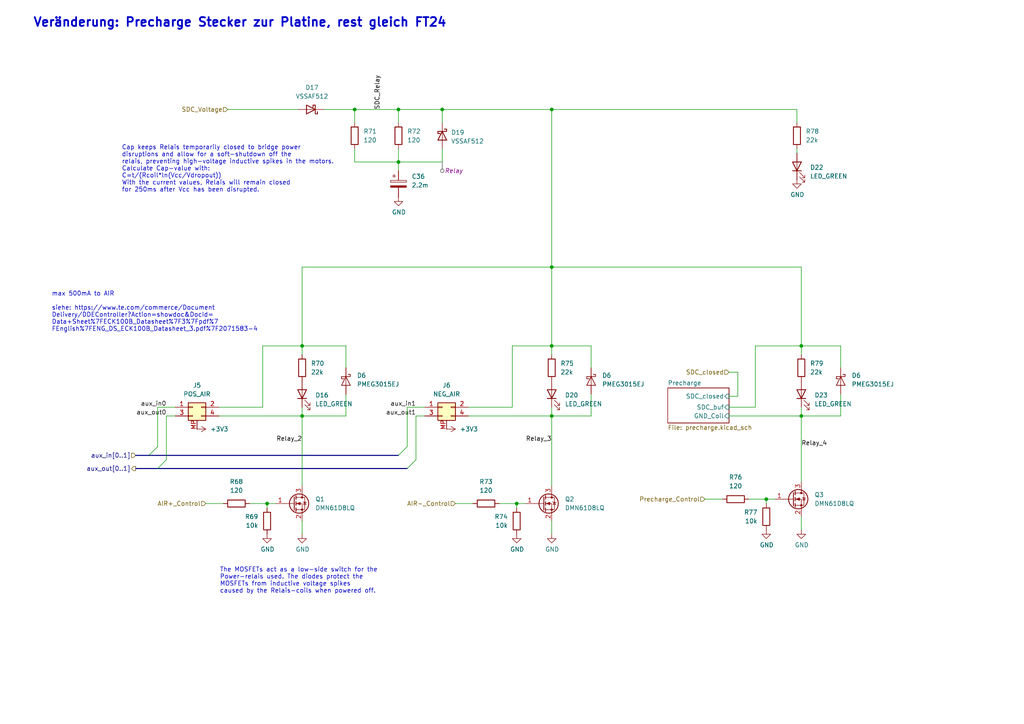
<source format=kicad_sch>
(kicad_sch
	(version 20231120)
	(generator "eeschema")
	(generator_version "8.0")
	(uuid "32d82cdb-bdba-4790-95cd-2bf9f903ff18")
	(paper "A4")
	(lib_symbols
		(symbol "Device:C_Polarized"
			(pin_numbers hide)
			(pin_names
				(offset 0.254)
			)
			(exclude_from_sim no)
			(in_bom yes)
			(on_board yes)
			(property "Reference" "C"
				(at 0.635 2.54 0)
				(effects
					(font
						(size 1.27 1.27)
					)
					(justify left)
				)
			)
			(property "Value" "C_Polarized"
				(at 0.635 -2.54 0)
				(effects
					(font
						(size 1.27 1.27)
					)
					(justify left)
				)
			)
			(property "Footprint" ""
				(at 0.9652 -3.81 0)
				(effects
					(font
						(size 1.27 1.27)
					)
					(hide yes)
				)
			)
			(property "Datasheet" "~"
				(at 0 0 0)
				(effects
					(font
						(size 1.27 1.27)
					)
					(hide yes)
				)
			)
			(property "Description" "Polarized capacitor"
				(at 0 0 0)
				(effects
					(font
						(size 1.27 1.27)
					)
					(hide yes)
				)
			)
			(property "ki_keywords" "cap capacitor"
				(at 0 0 0)
				(effects
					(font
						(size 1.27 1.27)
					)
					(hide yes)
				)
			)
			(property "ki_fp_filters" "CP_*"
				(at 0 0 0)
				(effects
					(font
						(size 1.27 1.27)
					)
					(hide yes)
				)
			)
			(symbol "C_Polarized_0_1"
				(rectangle
					(start -2.286 0.508)
					(end 2.286 1.016)
					(stroke
						(width 0)
						(type default)
					)
					(fill
						(type none)
					)
				)
				(polyline
					(pts
						(xy -1.778 2.286) (xy -0.762 2.286)
					)
					(stroke
						(width 0)
						(type default)
					)
					(fill
						(type none)
					)
				)
				(polyline
					(pts
						(xy -1.27 2.794) (xy -1.27 1.778)
					)
					(stroke
						(width 0)
						(type default)
					)
					(fill
						(type none)
					)
				)
				(rectangle
					(start 2.286 -0.508)
					(end -2.286 -1.016)
					(stroke
						(width 0)
						(type default)
					)
					(fill
						(type outline)
					)
				)
			)
			(symbol "C_Polarized_1_1"
				(pin passive line
					(at 0 3.81 270)
					(length 2.794)
					(name "~"
						(effects
							(font
								(size 1.27 1.27)
							)
						)
					)
					(number "1"
						(effects
							(font
								(size 1.27 1.27)
							)
						)
					)
				)
				(pin passive line
					(at 0 -3.81 90)
					(length 2.794)
					(name "~"
						(effects
							(font
								(size 1.27 1.27)
							)
						)
					)
					(number "2"
						(effects
							(font
								(size 1.27 1.27)
							)
						)
					)
				)
			)
		)
		(symbol "Device:LED"
			(pin_numbers hide)
			(pin_names
				(offset 1.016) hide)
			(exclude_from_sim no)
			(in_bom yes)
			(on_board yes)
			(property "Reference" "D"
				(at 0 2.54 0)
				(effects
					(font
						(size 1.27 1.27)
					)
				)
			)
			(property "Value" "LED"
				(at 0 -2.54 0)
				(effects
					(font
						(size 1.27 1.27)
					)
				)
			)
			(property "Footprint" ""
				(at 0 0 0)
				(effects
					(font
						(size 1.27 1.27)
					)
					(hide yes)
				)
			)
			(property "Datasheet" "~"
				(at 0 0 0)
				(effects
					(font
						(size 1.27 1.27)
					)
					(hide yes)
				)
			)
			(property "Description" "Light emitting diode"
				(at 0 0 0)
				(effects
					(font
						(size 1.27 1.27)
					)
					(hide yes)
				)
			)
			(property "ki_keywords" "LED diode"
				(at 0 0 0)
				(effects
					(font
						(size 1.27 1.27)
					)
					(hide yes)
				)
			)
			(property "ki_fp_filters" "LED* LED_SMD:* LED_THT:*"
				(at 0 0 0)
				(effects
					(font
						(size 1.27 1.27)
					)
					(hide yes)
				)
			)
			(symbol "LED_0_1"
				(polyline
					(pts
						(xy -1.27 -1.27) (xy -1.27 1.27)
					)
					(stroke
						(width 0.254)
						(type default)
					)
					(fill
						(type none)
					)
				)
				(polyline
					(pts
						(xy -1.27 0) (xy 1.27 0)
					)
					(stroke
						(width 0)
						(type default)
					)
					(fill
						(type none)
					)
				)
				(polyline
					(pts
						(xy 1.27 -1.27) (xy 1.27 1.27) (xy -1.27 0) (xy 1.27 -1.27)
					)
					(stroke
						(width 0.254)
						(type default)
					)
					(fill
						(type none)
					)
				)
				(polyline
					(pts
						(xy -3.048 -0.762) (xy -4.572 -2.286) (xy -3.81 -2.286) (xy -4.572 -2.286) (xy -4.572 -1.524)
					)
					(stroke
						(width 0)
						(type default)
					)
					(fill
						(type none)
					)
				)
				(polyline
					(pts
						(xy -1.778 -0.762) (xy -3.302 -2.286) (xy -2.54 -2.286) (xy -3.302 -2.286) (xy -3.302 -1.524)
					)
					(stroke
						(width 0)
						(type default)
					)
					(fill
						(type none)
					)
				)
			)
			(symbol "LED_1_1"
				(pin passive line
					(at -3.81 0 0)
					(length 2.54)
					(name "K"
						(effects
							(font
								(size 1.27 1.27)
							)
						)
					)
					(number "1"
						(effects
							(font
								(size 1.27 1.27)
							)
						)
					)
				)
				(pin passive line
					(at 3.81 0 180)
					(length 2.54)
					(name "A"
						(effects
							(font
								(size 1.27 1.27)
							)
						)
					)
					(number "2"
						(effects
							(font
								(size 1.27 1.27)
							)
						)
					)
				)
			)
		)
		(symbol "Device:R"
			(pin_numbers hide)
			(pin_names
				(offset 0)
			)
			(exclude_from_sim no)
			(in_bom yes)
			(on_board yes)
			(property "Reference" "R"
				(at 2.032 0 90)
				(effects
					(font
						(size 1.27 1.27)
					)
				)
			)
			(property "Value" "R"
				(at 0 0 90)
				(effects
					(font
						(size 1.27 1.27)
					)
				)
			)
			(property "Footprint" ""
				(at -1.778 0 90)
				(effects
					(font
						(size 1.27 1.27)
					)
					(hide yes)
				)
			)
			(property "Datasheet" "~"
				(at 0 0 0)
				(effects
					(font
						(size 1.27 1.27)
					)
					(hide yes)
				)
			)
			(property "Description" "Resistor"
				(at 0 0 0)
				(effects
					(font
						(size 1.27 1.27)
					)
					(hide yes)
				)
			)
			(property "ki_keywords" "R res resistor"
				(at 0 0 0)
				(effects
					(font
						(size 1.27 1.27)
					)
					(hide yes)
				)
			)
			(property "ki_fp_filters" "R_*"
				(at 0 0 0)
				(effects
					(font
						(size 1.27 1.27)
					)
					(hide yes)
				)
			)
			(symbol "R_0_1"
				(rectangle
					(start -1.016 -2.54)
					(end 1.016 2.54)
					(stroke
						(width 0.254)
						(type default)
					)
					(fill
						(type none)
					)
				)
			)
			(symbol "R_1_1"
				(pin passive line
					(at 0 3.81 270)
					(length 1.27)
					(name "~"
						(effects
							(font
								(size 1.27 1.27)
							)
						)
					)
					(number "1"
						(effects
							(font
								(size 1.27 1.27)
							)
						)
					)
				)
				(pin passive line
					(at 0 -3.81 90)
					(length 1.27)
					(name "~"
						(effects
							(font
								(size 1.27 1.27)
							)
						)
					)
					(number "2"
						(effects
							(font
								(size 1.27 1.27)
							)
						)
					)
				)
			)
		)
		(symbol "Diode:PMEG3015EJ"
			(pin_numbers hide)
			(pin_names hide)
			(exclude_from_sim no)
			(in_bom yes)
			(on_board yes)
			(property "Reference" "D"
				(at 0 2.54 0)
				(effects
					(font
						(size 1.27 1.27)
					)
				)
			)
			(property "Value" "PMEG3015EJ"
				(at 0 -2.54 0)
				(effects
					(font
						(size 1.27 1.27)
					)
				)
			)
			(property "Footprint" "Diode_SMD:D_SOD-323F"
				(at 0 -4.445 0)
				(effects
					(font
						(size 1.27 1.27)
					)
					(hide yes)
				)
			)
			(property "Datasheet" "https://assets.nexperia.com/documents/data-sheet/PMEG3015EH_EJ.pdf"
				(at 0 0 0)
				(effects
					(font
						(size 1.27 1.27)
					)
					(hide yes)
				)
			)
			(property "Description" "30V, 1.5A ultra low Vf MEGA Schottky barrier rectifier, SOD-323F"
				(at 0 0 0)
				(effects
					(font
						(size 1.27 1.27)
					)
					(hide yes)
				)
			)
			(property "ki_keywords" "forward voltage diode"
				(at 0 0 0)
				(effects
					(font
						(size 1.27 1.27)
					)
					(hide yes)
				)
			)
			(property "ki_fp_filters" "D*SOD?323F*"
				(at 0 0 0)
				(effects
					(font
						(size 1.27 1.27)
					)
					(hide yes)
				)
			)
			(symbol "PMEG3015EJ_0_1"
				(polyline
					(pts
						(xy 1.27 0) (xy -1.27 0)
					)
					(stroke
						(width 0)
						(type default)
					)
					(fill
						(type none)
					)
				)
				(polyline
					(pts
						(xy 1.27 1.27) (xy 1.27 -1.27) (xy -1.27 0) (xy 1.27 1.27)
					)
					(stroke
						(width 0.2032)
						(type default)
					)
					(fill
						(type none)
					)
				)
				(polyline
					(pts
						(xy -1.905 0.635) (xy -1.905 1.27) (xy -1.27 1.27) (xy -1.27 -1.27) (xy -0.635 -1.27) (xy -0.635 -0.635)
					)
					(stroke
						(width 0.2032)
						(type default)
					)
					(fill
						(type none)
					)
				)
			)
			(symbol "PMEG3015EJ_1_1"
				(pin passive line
					(at -3.81 0 0)
					(length 2.54)
					(name "K"
						(effects
							(font
								(size 1.27 1.27)
							)
						)
					)
					(number "1"
						(effects
							(font
								(size 1.27 1.27)
							)
						)
					)
				)
				(pin passive line
					(at 3.81 0 180)
					(length 2.54)
					(name "A"
						(effects
							(font
								(size 1.27 1.27)
							)
						)
					)
					(number "2"
						(effects
							(font
								(size 1.27 1.27)
							)
						)
					)
				)
			)
		)
		(symbol "Master:MMNL_2x2p_vertical"
			(pin_names
				(offset 1.016) hide)
			(exclude_from_sim no)
			(in_bom yes)
			(on_board yes)
			(property "Reference" "J"
				(at 1.27 2.54 0)
				(effects
					(font
						(size 1.27 1.27)
					)
				)
			)
			(property "Value" "MMNL_2x2p_vertical"
				(at 1.27 -5.08 0)
				(effects
					(font
						(size 1.27 1.27)
					)
				)
			)
			(property "Footprint" "FaSTTUBe_connectors:Micro_Mate-N-Lok_2x2p_vertical"
				(at 2.54 -7.112 0)
				(effects
					(font
						(size 1.27 1.27)
					)
					(hide yes)
				)
			)
			(property "Datasheet" "~"
				(at 0 0 0)
				(effects
					(font
						(size 1.27 1.27)
					)
					(hide yes)
				)
			)
			(property "Description" "Generic connector, double row, 02x02, odd/even pin numbering scheme (row 1 odd numbers, row 2 even numbers), script generated (kicad-library-utils/schlib/autogen/connector/)"
				(at 2.032 -9.398 0)
				(effects
					(font
						(size 1.27 1.27)
					)
					(hide yes)
				)
			)
			(property "ki_keywords" "connector"
				(at 0 0 0)
				(effects
					(font
						(size 1.27 1.27)
					)
					(hide yes)
				)
			)
			(property "ki_fp_filters" "Connector*:*_2x??_*"
				(at 0 0 0)
				(effects
					(font
						(size 1.27 1.27)
					)
					(hide yes)
				)
			)
			(symbol "MMNL_2x2p_vertical_1_1"
				(rectangle
					(start -1.27 -2.413)
					(end 0 -2.667)
					(stroke
						(width 0.1524)
						(type default)
					)
					(fill
						(type none)
					)
				)
				(rectangle
					(start -1.27 0.127)
					(end 0 -0.127)
					(stroke
						(width 0.1524)
						(type default)
					)
					(fill
						(type none)
					)
				)
				(rectangle
					(start -1.27 1.27)
					(end 3.81 -3.81)
					(stroke
						(width 0.254)
						(type default)
					)
					(fill
						(type background)
					)
				)
				(rectangle
					(start 3.81 -2.413)
					(end 2.54 -2.667)
					(stroke
						(width 0.1524)
						(type default)
					)
					(fill
						(type none)
					)
				)
				(rectangle
					(start 3.81 0.127)
					(end 2.54 -0.127)
					(stroke
						(width 0.1524)
						(type default)
					)
					(fill
						(type none)
					)
				)
				(pin passive line
					(at -5.08 0 0)
					(length 3.81)
					(name "Pin_1"
						(effects
							(font
								(size 1.27 1.27)
							)
						)
					)
					(number "1"
						(effects
							(font
								(size 1.27 1.27)
							)
						)
					)
				)
				(pin passive line
					(at 7.62 0 180)
					(length 3.81)
					(name "Pin_2"
						(effects
							(font
								(size 1.27 1.27)
							)
						)
					)
					(number "2"
						(effects
							(font
								(size 1.27 1.27)
							)
						)
					)
				)
				(pin passive line
					(at -5.08 -2.54 0)
					(length 3.81)
					(name "Pin_3"
						(effects
							(font
								(size 1.27 1.27)
							)
						)
					)
					(number "3"
						(effects
							(font
								(size 1.27 1.27)
							)
						)
					)
				)
				(pin passive line
					(at 7.62 -2.54 180)
					(length 3.81)
					(name "Pin_4"
						(effects
							(font
								(size 1.27 1.27)
							)
						)
					)
					(number "4"
						(effects
							(font
								(size 1.27 1.27)
							)
						)
					)
				)
				(pin passive line
					(at 1.27 -6.35 90)
					(length 2.54)
					(name ""
						(effects
							(font
								(size 1.27 1.27)
							)
						)
					)
					(number "MP"
						(effects
							(font
								(size 1.27 1.27)
							)
						)
					)
				)
			)
		)
		(symbol "Master:VSSAF512"
			(pin_numbers hide)
			(pin_names
				(offset 1.016) hide)
			(exclude_from_sim no)
			(in_bom yes)
			(on_board yes)
			(property "Reference" "D"
				(at 0 2.54 0)
				(effects
					(font
						(size 1.27 1.27)
					)
				)
			)
			(property "Value" "VSSAF512"
				(at 0 -2.54 0)
				(effects
					(font
						(size 1.27 1.27)
					)
				)
			)
			(property "Footprint" "Diode_SMD:D_SMA"
				(at 0 0 0)
				(effects
					(font
						(size 1.27 1.27)
					)
					(hide yes)
				)
			)
			(property "Datasheet" "~"
				(at 0 0 0)
				(effects
					(font
						(size 1.27 1.27)
					)
					(hide yes)
				)
			)
			(property "Description" "Schottky diode 100V, 5A"
				(at 0 0 0)
				(effects
					(font
						(size 1.27 1.27)
					)
					(hide yes)
				)
			)
			(property "ki_keywords" "diode Schottky"
				(at 0 0 0)
				(effects
					(font
						(size 1.27 1.27)
					)
					(hide yes)
				)
			)
			(property "ki_fp_filters" "TO-???* *_Diode_* *SingleDiode* D_*"
				(at 0 0 0)
				(effects
					(font
						(size 1.27 1.27)
					)
					(hide yes)
				)
			)
			(symbol "VSSAF512_0_1"
				(polyline
					(pts
						(xy 1.27 0) (xy -1.27 0)
					)
					(stroke
						(width 0)
						(type default)
					)
					(fill
						(type none)
					)
				)
				(polyline
					(pts
						(xy 1.27 1.27) (xy 1.27 -1.27) (xy -1.27 0) (xy 1.27 1.27)
					)
					(stroke
						(width 0.254)
						(type default)
					)
					(fill
						(type none)
					)
				)
				(polyline
					(pts
						(xy -1.905 0.635) (xy -1.905 1.27) (xy -1.27 1.27) (xy -1.27 -1.27) (xy -0.635 -1.27) (xy -0.635 -0.635)
					)
					(stroke
						(width 0.254)
						(type default)
					)
					(fill
						(type none)
					)
				)
			)
			(symbol "VSSAF512_1_1"
				(pin passive line
					(at -3.81 0 0)
					(length 2.54)
					(name "K"
						(effects
							(font
								(size 1.27 1.27)
							)
						)
					)
					(number "1"
						(effects
							(font
								(size 1.27 1.27)
							)
						)
					)
				)
				(pin passive line
					(at 3.81 0 180)
					(length 2.54)
					(name "A"
						(effects
							(font
								(size 1.27 1.27)
							)
						)
					)
					(number "2"
						(effects
							(font
								(size 1.27 1.27)
							)
						)
					)
				)
			)
		)
		(symbol "Transistor_FET:DMN61D8LQ"
			(pin_names hide)
			(exclude_from_sim no)
			(in_bom yes)
			(on_board yes)
			(property "Reference" "Q"
				(at 5.08 1.905 0)
				(effects
					(font
						(size 1.27 1.27)
					)
					(justify left)
				)
			)
			(property "Value" "DMN61D8LQ"
				(at 5.08 0 0)
				(effects
					(font
						(size 1.27 1.27)
					)
					(justify left)
				)
			)
			(property "Footprint" "Package_TO_SOT_SMD:SOT-23"
				(at 5.08 -1.905 0)
				(effects
					(font
						(size 1.27 1.27)
						(italic yes)
					)
					(justify left)
					(hide yes)
				)
			)
			(property "Datasheet" "https://www.diodes.com/assets/Datasheets/DMN61D8LQ.pdf"
				(at 5.08 -3.81 0)
				(effects
					(font
						(size 1.27 1.27)
					)
					(justify left)
					(hide yes)
				)
			)
			(property "Description" "60V Vds, 0.470A Id, N-Channel MOSFET for switching inductive loads , SOT-23"
				(at 0 0 0)
				(effects
					(font
						(size 1.27 1.27)
					)
					(hide yes)
				)
			)
			(property "ki_keywords" "N-Channel MOSFET relay logic-level"
				(at 0 0 0)
				(effects
					(font
						(size 1.27 1.27)
					)
					(hide yes)
				)
			)
			(property "ki_fp_filters" "SOT?23*"
				(at 0 0 0)
				(effects
					(font
						(size 1.27 1.27)
					)
					(hide yes)
				)
			)
			(symbol "DMN61D8LQ_0_1"
				(polyline
					(pts
						(xy 0.254 0) (xy -2.54 0)
					)
					(stroke
						(width 0)
						(type default)
					)
					(fill
						(type none)
					)
				)
				(polyline
					(pts
						(xy 0.254 1.905) (xy 0.254 -1.905)
					)
					(stroke
						(width 0.254)
						(type default)
					)
					(fill
						(type none)
					)
				)
				(polyline
					(pts
						(xy 0.762 -1.27) (xy 0.762 -2.286)
					)
					(stroke
						(width 0.254)
						(type default)
					)
					(fill
						(type none)
					)
				)
				(polyline
					(pts
						(xy 0.762 0.508) (xy 0.762 -0.508)
					)
					(stroke
						(width 0.254)
						(type default)
					)
					(fill
						(type none)
					)
				)
				(polyline
					(pts
						(xy 0.762 2.286) (xy 0.762 1.27)
					)
					(stroke
						(width 0.254)
						(type default)
					)
					(fill
						(type none)
					)
				)
				(polyline
					(pts
						(xy 2.54 2.54) (xy 2.54 1.778)
					)
					(stroke
						(width 0)
						(type default)
					)
					(fill
						(type none)
					)
				)
				(polyline
					(pts
						(xy 2.54 -2.54) (xy 2.54 0) (xy 0.762 0)
					)
					(stroke
						(width 0)
						(type default)
					)
					(fill
						(type none)
					)
				)
				(polyline
					(pts
						(xy 0.762 -1.778) (xy 3.302 -1.778) (xy 3.302 1.778) (xy 0.762 1.778)
					)
					(stroke
						(width 0)
						(type default)
					)
					(fill
						(type none)
					)
				)
				(polyline
					(pts
						(xy 1.016 0) (xy 2.032 0.381) (xy 2.032 -0.381) (xy 1.016 0)
					)
					(stroke
						(width 0)
						(type default)
					)
					(fill
						(type outline)
					)
				)
				(polyline
					(pts
						(xy 2.794 0.508) (xy 2.921 0.381) (xy 3.683 0.381) (xy 3.81 0.254)
					)
					(stroke
						(width 0)
						(type default)
					)
					(fill
						(type none)
					)
				)
				(polyline
					(pts
						(xy 3.302 0.381) (xy 2.921 -0.254) (xy 3.683 -0.254) (xy 3.302 0.381)
					)
					(stroke
						(width 0)
						(type default)
					)
					(fill
						(type none)
					)
				)
				(circle
					(center 1.651 0)
					(radius 2.794)
					(stroke
						(width 0.254)
						(type default)
					)
					(fill
						(type none)
					)
				)
				(circle
					(center 2.54 -1.778)
					(radius 0.254)
					(stroke
						(width 0)
						(type default)
					)
					(fill
						(type outline)
					)
				)
				(circle
					(center 2.54 1.778)
					(radius 0.254)
					(stroke
						(width 0)
						(type default)
					)
					(fill
						(type outline)
					)
				)
			)
			(symbol "DMN61D8LQ_1_1"
				(pin input line
					(at -5.08 0 0)
					(length 2.54)
					(name "G"
						(effects
							(font
								(size 1.27 1.27)
							)
						)
					)
					(number "1"
						(effects
							(font
								(size 1.27 1.27)
							)
						)
					)
				)
				(pin passive line
					(at 2.54 -5.08 90)
					(length 2.54)
					(name "S"
						(effects
							(font
								(size 1.27 1.27)
							)
						)
					)
					(number "2"
						(effects
							(font
								(size 1.27 1.27)
							)
						)
					)
				)
				(pin passive line
					(at 2.54 5.08 270)
					(length 2.54)
					(name "D"
						(effects
							(font
								(size 1.27 1.27)
							)
						)
					)
					(number "3"
						(effects
							(font
								(size 1.27 1.27)
							)
						)
					)
				)
			)
		)
		(symbol "power:+3V3"
			(power)
			(pin_numbers hide)
			(pin_names
				(offset 0) hide)
			(exclude_from_sim no)
			(in_bom yes)
			(on_board yes)
			(property "Reference" "#PWR"
				(at 0 -3.81 0)
				(effects
					(font
						(size 1.27 1.27)
					)
					(hide yes)
				)
			)
			(property "Value" "+3V3"
				(at 0 3.556 0)
				(effects
					(font
						(size 1.27 1.27)
					)
				)
			)
			(property "Footprint" ""
				(at 0 0 0)
				(effects
					(font
						(size 1.27 1.27)
					)
					(hide yes)
				)
			)
			(property "Datasheet" ""
				(at 0 0 0)
				(effects
					(font
						(size 1.27 1.27)
					)
					(hide yes)
				)
			)
			(property "Description" "Power symbol creates a global label with name \"+3V3\""
				(at 0 0 0)
				(effects
					(font
						(size 1.27 1.27)
					)
					(hide yes)
				)
			)
			(property "ki_keywords" "global power"
				(at 0 0 0)
				(effects
					(font
						(size 1.27 1.27)
					)
					(hide yes)
				)
			)
			(symbol "+3V3_0_1"
				(polyline
					(pts
						(xy -0.762 1.27) (xy 0 2.54)
					)
					(stroke
						(width 0)
						(type default)
					)
					(fill
						(type none)
					)
				)
				(polyline
					(pts
						(xy 0 0) (xy 0 2.54)
					)
					(stroke
						(width 0)
						(type default)
					)
					(fill
						(type none)
					)
				)
				(polyline
					(pts
						(xy 0 2.54) (xy 0.762 1.27)
					)
					(stroke
						(width 0)
						(type default)
					)
					(fill
						(type none)
					)
				)
			)
			(symbol "+3V3_1_1"
				(pin power_in line
					(at 0 0 90)
					(length 0)
					(name "~"
						(effects
							(font
								(size 1.27 1.27)
							)
						)
					)
					(number "1"
						(effects
							(font
								(size 1.27 1.27)
							)
						)
					)
				)
			)
		)
		(symbol "power:GND"
			(power)
			(pin_numbers hide)
			(pin_names
				(offset 0) hide)
			(exclude_from_sim no)
			(in_bom yes)
			(on_board yes)
			(property "Reference" "#PWR"
				(at 0 -6.35 0)
				(effects
					(font
						(size 1.27 1.27)
					)
					(hide yes)
				)
			)
			(property "Value" "GND"
				(at 0 -3.81 0)
				(effects
					(font
						(size 1.27 1.27)
					)
				)
			)
			(property "Footprint" ""
				(at 0 0 0)
				(effects
					(font
						(size 1.27 1.27)
					)
					(hide yes)
				)
			)
			(property "Datasheet" ""
				(at 0 0 0)
				(effects
					(font
						(size 1.27 1.27)
					)
					(hide yes)
				)
			)
			(property "Description" "Power symbol creates a global label with name \"GND\" , ground"
				(at 0 0 0)
				(effects
					(font
						(size 1.27 1.27)
					)
					(hide yes)
				)
			)
			(property "ki_keywords" "global power"
				(at 0 0 0)
				(effects
					(font
						(size 1.27 1.27)
					)
					(hide yes)
				)
			)
			(symbol "GND_0_1"
				(polyline
					(pts
						(xy 0 0) (xy 0 -1.27) (xy 1.27 -1.27) (xy 0 -2.54) (xy -1.27 -1.27) (xy 0 -1.27)
					)
					(stroke
						(width 0)
						(type default)
					)
					(fill
						(type none)
					)
				)
			)
			(symbol "GND_1_1"
				(pin power_in line
					(at 0 0 270)
					(length 0)
					(name "~"
						(effects
							(font
								(size 1.27 1.27)
							)
						)
					)
					(number "1"
						(effects
							(font
								(size 1.27 1.27)
							)
						)
					)
				)
			)
		)
	)
	(junction
		(at 160.02 31.75)
		(diameter 0)
		(color 0 0 0 0)
		(uuid "2396d75c-7af6-4383-a29e-72c6664addc7")
	)
	(junction
		(at 160.02 77.47)
		(diameter 0)
		(color 0 0 0 0)
		(uuid "2b9937fd-8ffc-4d6b-a39a-112109ba0ffe")
	)
	(junction
		(at 160.02 120.65)
		(diameter 0)
		(color 0 0 0 0)
		(uuid "36b27a92-463b-450f-8047-9961d0553a2f")
	)
	(junction
		(at 115.57 31.75)
		(diameter 0)
		(color 0 0 0 0)
		(uuid "497e0588-d556-49c9-8d31-0a5b62dcd00a")
	)
	(junction
		(at 232.41 120.65)
		(diameter 0)
		(color 0 0 0 0)
		(uuid "5293fe65-c5c2-4464-b5ae-2e59f5d2c6b2")
	)
	(junction
		(at 102.87 31.75)
		(diameter 0)
		(color 0 0 0 0)
		(uuid "73c3f259-1ea2-4d09-8a26-918abdd90e0d")
	)
	(junction
		(at 128.27 31.75)
		(diameter 0)
		(color 0 0 0 0)
		(uuid "7b7ed203-cb23-404b-84a3-2a1d96221b34")
	)
	(junction
		(at 222.25 144.78)
		(diameter 0)
		(color 0 0 0 0)
		(uuid "7be64c02-8281-4423-8af6-7cbf7efc375a")
	)
	(junction
		(at 115.57 46.99)
		(diameter 0)
		(color 0 0 0 0)
		(uuid "80a87765-60f4-464b-aa67-36e1dc355fbe")
	)
	(junction
		(at 232.41 100.33)
		(diameter 0)
		(color 0 0 0 0)
		(uuid "a4a2eb64-0da9-4514-bc01-40bbaf333582")
	)
	(junction
		(at 149.86 146.05)
		(diameter 0)
		(color 0 0 0 0)
		(uuid "a72e527d-159a-45d5-b793-a05e93569363")
	)
	(junction
		(at 87.63 120.65)
		(diameter 0)
		(color 0 0 0 0)
		(uuid "c4fcb4c7-4c96-4909-828b-524835765a91")
	)
	(junction
		(at 160.02 100.33)
		(diameter 0)
		(color 0 0 0 0)
		(uuid "d18d76fc-4e87-43d9-a731-190bd30fe8aa")
	)
	(junction
		(at 77.47 146.05)
		(diameter 0)
		(color 0 0 0 0)
		(uuid "d4e70c42-6907-4b45-9c34-ac9a976d72ae")
	)
	(junction
		(at 87.63 100.33)
		(diameter 0)
		(color 0 0 0 0)
		(uuid "da2a759e-2e69-4366-bbc7-dad66bae597c")
	)
	(bus_entry
		(at 118.11 135.89)
		(size 2.54 -2.54)
		(stroke
			(width 0)
			(type default)
		)
		(uuid "09d87619-0dfa-4630-9f81-1be20c5c2ee2")
	)
	(bus_entry
		(at 115.57 132.08)
		(size 2.54 -2.54)
		(stroke
			(width 0)
			(type default)
		)
		(uuid "09d87619-0dfa-4630-9f81-1be20c5c2ee3")
	)
	(bus_entry
		(at 45.72 135.89)
		(size 2.54 -2.54)
		(stroke
			(width 0)
			(type default)
		)
		(uuid "26b8e366-1305-4942-9a46-e6c1399b28d0")
	)
	(bus_entry
		(at 43.18 132.08)
		(size 2.54 -2.54)
		(stroke
			(width 0)
			(type default)
		)
		(uuid "75628773-df92-4878-894d-4c0a72707ef0")
	)
	(wire
		(pts
			(xy 160.02 118.11) (xy 160.02 120.65)
		)
		(stroke
			(width 0)
			(type default)
		)
		(uuid "03217cc5-7c17-408d-b0b3-f5b0d913206b")
	)
	(wire
		(pts
			(xy 232.41 149.86) (xy 232.41 153.67)
		)
		(stroke
			(width 0)
			(type default)
		)
		(uuid "03b97eb4-456f-42b1-bb29-931644be215a")
	)
	(wire
		(pts
			(xy 118.11 118.11) (xy 123.19 118.11)
		)
		(stroke
			(width 0)
			(type default)
		)
		(uuid "09abe531-cb73-4ba0-9daa-25c1e61d07c7")
	)
	(wire
		(pts
			(xy 72.39 146.05) (xy 77.47 146.05)
		)
		(stroke
			(width 0)
			(type default)
		)
		(uuid "0b23b76e-95eb-4a29-b6a5-227a5ccf5b83")
	)
	(wire
		(pts
			(xy 148.59 118.11) (xy 148.59 100.33)
		)
		(stroke
			(width 0)
			(type default)
		)
		(uuid "0c7509d0-eecb-448c-8f74-1f81099a4d2d")
	)
	(wire
		(pts
			(xy 87.63 120.65) (xy 87.63 118.11)
		)
		(stroke
			(width 0)
			(type default)
		)
		(uuid "127f7441-259e-4d1a-a60b-f371bf853557")
	)
	(wire
		(pts
			(xy 118.11 129.54) (xy 118.11 118.11)
		)
		(stroke
			(width 0)
			(type default)
		)
		(uuid "12b4ae8f-5b0a-47d6-b975-a21da12ba7bb")
	)
	(wire
		(pts
			(xy 87.63 154.94) (xy 87.63 151.13)
		)
		(stroke
			(width 0)
			(type default)
		)
		(uuid "12c8ab01-416b-4005-ac9c-23c8586c2228")
	)
	(wire
		(pts
			(xy 204.47 144.78) (xy 209.55 144.78)
		)
		(stroke
			(width 0)
			(type default)
		)
		(uuid "149bd9e6-c7e4-47ce-b5a7-93cfcfa90c65")
	)
	(wire
		(pts
			(xy 222.25 144.78) (xy 224.79 144.78)
		)
		(stroke
			(width 0)
			(type default)
		)
		(uuid "1a09c4a0-bb28-434c-b329-7453da7f2877")
	)
	(wire
		(pts
			(xy 59.69 146.05) (xy 64.77 146.05)
		)
		(stroke
			(width 0)
			(type default)
		)
		(uuid "1f020d0c-02a5-4255-bd6f-353ae58c5660")
	)
	(wire
		(pts
			(xy 128.27 31.75) (xy 160.02 31.75)
		)
		(stroke
			(width 0)
			(type default)
		)
		(uuid "1ff1969d-f5c0-4afb-88ae-83dbdb437154")
	)
	(wire
		(pts
			(xy 232.41 77.47) (xy 232.41 100.33)
		)
		(stroke
			(width 0)
			(type default)
		)
		(uuid "20005d0c-0701-4c17-a231-dfabe6ed1357")
	)
	(wire
		(pts
			(xy 148.59 100.33) (xy 160.02 100.33)
		)
		(stroke
			(width 0)
			(type default)
		)
		(uuid "20133619-e2d1-416f-8ed4-7b3a82c2903f")
	)
	(wire
		(pts
			(xy 171.45 114.3) (xy 171.45 120.65)
		)
		(stroke
			(width 0)
			(type default)
		)
		(uuid "265446cc-6421-4e32-b08a-304ca7bc73eb")
	)
	(wire
		(pts
			(xy 135.89 118.11) (xy 148.59 118.11)
		)
		(stroke
			(width 0)
			(type default)
		)
		(uuid "27bd3756-9b33-48e6-b77f-783edd0d3fd6")
	)
	(wire
		(pts
			(xy 120.65 120.65) (xy 123.19 120.65)
		)
		(stroke
			(width 0)
			(type default)
		)
		(uuid "28e635a0-54ce-4645-9f86-63d325423d97")
	)
	(wire
		(pts
			(xy 87.63 77.47) (xy 160.02 77.47)
		)
		(stroke
			(width 0)
			(type default)
		)
		(uuid "2a43b925-a2eb-4c5e-87d8-14e41d90fedc")
	)
	(wire
		(pts
			(xy 160.02 120.65) (xy 160.02 140.97)
		)
		(stroke
			(width 0)
			(type default)
		)
		(uuid "2b761a4a-a828-40b6-a826-27b0eb14e299")
	)
	(wire
		(pts
			(xy 115.57 46.99) (xy 115.57 49.53)
		)
		(stroke
			(width 0)
			(type default)
		)
		(uuid "2d3f4f07-e8b4-4920-9802-b530448eef80")
	)
	(wire
		(pts
			(xy 160.02 100.33) (xy 171.45 100.33)
		)
		(stroke
			(width 0)
			(type default)
		)
		(uuid "2eb7aa78-dcc6-4f22-ab9b-3683f845bb6d")
	)
	(wire
		(pts
			(xy 211.455 120.65) (xy 232.41 120.65)
		)
		(stroke
			(width 0)
			(type default)
		)
		(uuid "30cc176f-87f8-445b-9aae-8d9069d0f64b")
	)
	(wire
		(pts
			(xy 120.65 120.65) (xy 120.65 133.35)
		)
		(stroke
			(width 0)
			(type default)
		)
		(uuid "32347072-f03f-44e8-a510-4337a4953e0a")
	)
	(wire
		(pts
			(xy 87.63 77.47) (xy 87.63 100.33)
		)
		(stroke
			(width 0)
			(type default)
		)
		(uuid "33c95270-64ff-470a-acc7-723b6890da08")
	)
	(bus
		(pts
			(xy 39.37 135.89) (xy 45.72 135.89)
		)
		(stroke
			(width 0)
			(type default)
		)
		(uuid "35919ee0-1776-4e33-85c8-8a7ad0d46e3d")
	)
	(wire
		(pts
			(xy 102.87 31.75) (xy 115.57 31.75)
		)
		(stroke
			(width 0)
			(type default)
		)
		(uuid "390644aa-d62a-4c30-a5f3-997f4b17a98b")
	)
	(wire
		(pts
			(xy 63.5 120.65) (xy 87.63 120.65)
		)
		(stroke
			(width 0)
			(type default)
		)
		(uuid "3ad0e912-e8a2-4751-8d67-7663c9dcf394")
	)
	(wire
		(pts
			(xy 48.26 120.65) (xy 50.8 120.65)
		)
		(stroke
			(width 0)
			(type default)
		)
		(uuid "4018a125-c3f2-4efe-b96e-2e7dd8f98881")
	)
	(wire
		(pts
			(xy 160.02 100.33) (xy 160.02 102.87)
		)
		(stroke
			(width 0)
			(type default)
		)
		(uuid "4741fc9b-81ff-41ca-ac47-e2bce3a58957")
	)
	(wire
		(pts
			(xy 231.14 44.45) (xy 231.14 43.18)
		)
		(stroke
			(width 0)
			(type default)
		)
		(uuid "4acd02b2-ec73-42c6-9613-b28b43efdc98")
	)
	(wire
		(pts
			(xy 171.45 120.65) (xy 160.02 120.65)
		)
		(stroke
			(width 0)
			(type default)
		)
		(uuid "4b453b17-c215-4323-9a8f-50ba50e27635")
	)
	(wire
		(pts
			(xy 144.78 146.05) (xy 149.86 146.05)
		)
		(stroke
			(width 0)
			(type default)
		)
		(uuid "4c615de4-ee59-4bec-8c9a-d2882c078951")
	)
	(wire
		(pts
			(xy 149.86 146.05) (xy 152.4 146.05)
		)
		(stroke
			(width 0)
			(type default)
		)
		(uuid "50f4a179-b84f-4e58-a6c9-0c56e5051fa0")
	)
	(wire
		(pts
			(xy 77.47 146.05) (xy 80.01 146.05)
		)
		(stroke
			(width 0)
			(type default)
		)
		(uuid "5157c484-60ae-4065-a4c2-799bc4e17155")
	)
	(wire
		(pts
			(xy 115.57 43.18) (xy 115.57 46.99)
		)
		(stroke
			(width 0)
			(type default)
		)
		(uuid "51ad4d4f-905e-4a4f-b476-d094aa46835a")
	)
	(wire
		(pts
			(xy 102.87 46.99) (xy 115.57 46.99)
		)
		(stroke
			(width 0)
			(type default)
		)
		(uuid "5de5f109-c456-4ed8-b666-90431bdc4a56")
	)
	(wire
		(pts
			(xy 232.41 120.65) (xy 243.84 120.65)
		)
		(stroke
			(width 0)
			(type default)
		)
		(uuid "6053659e-421f-45db-83fa-4896f657ae43")
	)
	(wire
		(pts
			(xy 232.41 120.65) (xy 232.41 139.7)
		)
		(stroke
			(width 0)
			(type default)
		)
		(uuid "6419fa39-4ae2-485a-a5de-abbc411116c9")
	)
	(wire
		(pts
			(xy 66.04 31.75) (xy 86.36 31.75)
		)
		(stroke
			(width 0)
			(type default)
		)
		(uuid "67dd958e-702f-428d-b892-93a1b8da92e1")
	)
	(wire
		(pts
			(xy 128.27 46.99) (xy 128.27 43.18)
		)
		(stroke
			(width 0)
			(type default)
		)
		(uuid "70df3315-57ac-4b2e-b4f1-980f7ad1964d")
	)
	(wire
		(pts
			(xy 213.995 107.95) (xy 213.995 114.935)
		)
		(stroke
			(width 0)
			(type default)
		)
		(uuid "716d4bc0-e55e-4600-9a3b-3334e3c86a5c")
	)
	(wire
		(pts
			(xy 76.2 100.33) (xy 87.63 100.33)
		)
		(stroke
			(width 0)
			(type default)
		)
		(uuid "7521d602-7712-4bec-9303-1e9a373e171c")
	)
	(wire
		(pts
			(xy 160.02 31.75) (xy 160.02 77.47)
		)
		(stroke
			(width 0)
			(type default)
		)
		(uuid "7ada87bd-2902-43d7-bba9-ab35ea835049")
	)
	(wire
		(pts
			(xy 135.89 120.65) (xy 160.02 120.65)
		)
		(stroke
			(width 0)
			(type default)
		)
		(uuid "7d14abbd-3219-4db2-9392-d59abd53fa87")
	)
	(wire
		(pts
			(xy 213.995 114.935) (xy 211.455 114.935)
		)
		(stroke
			(width 0)
			(type default)
		)
		(uuid "7d3da37c-9a59-4834-ad72-3ce29421fbf3")
	)
	(wire
		(pts
			(xy 149.86 146.05) (xy 149.86 147.32)
		)
		(stroke
			(width 0)
			(type default)
		)
		(uuid "7d7ea5b6-730a-4489-88f9-0031acad737e")
	)
	(wire
		(pts
			(xy 45.72 118.11) (xy 50.8 118.11)
		)
		(stroke
			(width 0)
			(type default)
		)
		(uuid "7e947fb0-8c25-4dc3-b300-fe4d2909ca1a")
	)
	(wire
		(pts
			(xy 100.33 100.33) (xy 100.33 106.68)
		)
		(stroke
			(width 0)
			(type default)
		)
		(uuid "828021f6-2ca3-471a-84ec-5c8dcdd07f12")
	)
	(wire
		(pts
			(xy 77.47 147.32) (xy 77.47 146.05)
		)
		(stroke
			(width 0)
			(type default)
		)
		(uuid "8d8b5318-9165-49cd-8bfa-339c5b9adda5")
	)
	(wire
		(pts
			(xy 243.84 114.3) (xy 243.84 120.65)
		)
		(stroke
			(width 0)
			(type default)
		)
		(uuid "94e6829f-9e0b-46e5-a1d3-3881f00d37b9")
	)
	(wire
		(pts
			(xy 102.87 43.18) (xy 102.87 46.99)
		)
		(stroke
			(width 0)
			(type default)
		)
		(uuid "9776f19c-9e33-49ed-a742-5b7b1e87143f")
	)
	(wire
		(pts
			(xy 217.17 144.78) (xy 222.25 144.78)
		)
		(stroke
			(width 0)
			(type default)
		)
		(uuid "98804a7c-7e2c-473c-baa5-9b096e3f439f")
	)
	(wire
		(pts
			(xy 211.455 107.95) (xy 213.995 107.95)
		)
		(stroke
			(width 0)
			(type default)
		)
		(uuid "99725dee-5745-4299-96cd-fa008d790e71")
	)
	(wire
		(pts
			(xy 243.84 100.33) (xy 243.84 106.68)
		)
		(stroke
			(width 0)
			(type default)
		)
		(uuid "9a4e7f42-3f09-4a6c-a7bc-1b9f0b4d318f")
	)
	(wire
		(pts
			(xy 128.27 31.75) (xy 128.27 35.56)
		)
		(stroke
			(width 0)
			(type default)
		)
		(uuid "9ac81aa5-cf1b-4cbf-9fa5-f7b4bc5bb442")
	)
	(wire
		(pts
			(xy 45.72 129.54) (xy 45.72 118.11)
		)
		(stroke
			(width 0)
			(type default)
		)
		(uuid "9b840574-e6f4-4614-993f-15d2fdb2a997")
	)
	(wire
		(pts
			(xy 231.14 35.56) (xy 231.14 31.75)
		)
		(stroke
			(width 0)
			(type default)
		)
		(uuid "9da1fcfc-98fe-4119-8e74-782e50c6ecfe")
	)
	(wire
		(pts
			(xy 232.41 100.33) (xy 243.84 100.33)
		)
		(stroke
			(width 0)
			(type default)
		)
		(uuid "9f9022c9-23a1-465e-8ada-ab5669d2d9d7")
	)
	(wire
		(pts
			(xy 100.33 100.33) (xy 87.63 100.33)
		)
		(stroke
			(width 0)
			(type default)
		)
		(uuid "a4f745ed-92e9-4c41-a3b8-c48150e71d9a")
	)
	(wire
		(pts
			(xy 93.98 31.75) (xy 102.87 31.75)
		)
		(stroke
			(width 0)
			(type default)
		)
		(uuid "a7bebc70-3ab2-4cb6-90bb-bebfc9d5688f")
	)
	(wire
		(pts
			(xy 63.5 118.11) (xy 76.2 118.11)
		)
		(stroke
			(width 0)
			(type default)
		)
		(uuid "aafd044d-803e-4dd8-a223-de403cf44aad")
	)
	(wire
		(pts
			(xy 232.41 118.11) (xy 232.41 120.65)
		)
		(stroke
			(width 0)
			(type default)
		)
		(uuid "acc8a8dd-228e-45b4-8a95-50ce49676bb5")
	)
	(wire
		(pts
			(xy 171.45 100.33) (xy 171.45 106.68)
		)
		(stroke
			(width 0)
			(type default)
		)
		(uuid "aed2bf58-108a-4364-b236-9817514f1b08")
	)
	(wire
		(pts
			(xy 132.08 146.05) (xy 137.16 146.05)
		)
		(stroke
			(width 0)
			(type default)
		)
		(uuid "bbba60d6-0edc-41fb-b4f2-43fb7444a73a")
	)
	(bus
		(pts
			(xy 45.72 135.89) (xy 118.11 135.89)
		)
		(stroke
			(width 0)
			(type default)
		)
		(uuid "bf0360ae-353f-4af1-8de5-1b2158d46331")
	)
	(wire
		(pts
			(xy 222.25 144.78) (xy 222.25 146.05)
		)
		(stroke
			(width 0)
			(type default)
		)
		(uuid "c3287064-2055-438b-bcbe-6aab6d79d9da")
	)
	(wire
		(pts
			(xy 115.57 31.75) (xy 128.27 31.75)
		)
		(stroke
			(width 0)
			(type default)
		)
		(uuid "ca979b15-0546-4c86-8c18-e60211f7c3a1")
	)
	(wire
		(pts
			(xy 87.63 120.65) (xy 100.33 120.65)
		)
		(stroke
			(width 0)
			(type default)
		)
		(uuid "cf1cde27-a820-453f-932e-c192764f823d")
	)
	(wire
		(pts
			(xy 219.075 100.33) (xy 219.075 118.11)
		)
		(stroke
			(width 0)
			(type default)
		)
		(uuid "d0d86ac0-44d0-4931-b828-e4f447055a90")
	)
	(wire
		(pts
			(xy 232.41 100.33) (xy 232.41 102.87)
		)
		(stroke
			(width 0)
			(type default)
		)
		(uuid "d1367836-41c4-49e1-9dd2-5423dbe29bc6")
	)
	(wire
		(pts
			(xy 102.87 31.75) (xy 102.87 35.56)
		)
		(stroke
			(width 0)
			(type default)
		)
		(uuid "d380d5dc-af96-4c09-92ce-ed4631fd00ef")
	)
	(wire
		(pts
			(xy 160.02 77.47) (xy 232.41 77.47)
		)
		(stroke
			(width 0)
			(type default)
		)
		(uuid "d8418bd3-43a0-40c4-ba44-102f03adc893")
	)
	(wire
		(pts
			(xy 160.02 151.13) (xy 160.02 154.94)
		)
		(stroke
			(width 0)
			(type default)
		)
		(uuid "d8533f17-8af6-4550-afd8-cec3271bf5fa")
	)
	(wire
		(pts
			(xy 87.63 100.33) (xy 87.63 102.87)
		)
		(stroke
			(width 0)
			(type default)
		)
		(uuid "d8ed38d6-ef8f-436f-9ecc-4e89e839a70d")
	)
	(wire
		(pts
			(xy 219.075 100.33) (xy 232.41 100.33)
		)
		(stroke
			(width 0)
			(type default)
		)
		(uuid "daf36698-fd8b-492c-b436-f18a72c0ea0a")
	)
	(wire
		(pts
			(xy 100.33 120.65) (xy 100.33 114.3)
		)
		(stroke
			(width 0)
			(type default)
		)
		(uuid "dbc48690-ae34-4e1b-aa02-bdf72ab06183")
	)
	(wire
		(pts
			(xy 160.02 31.75) (xy 231.14 31.75)
		)
		(stroke
			(width 0)
			(type default)
		)
		(uuid "e079dcaf-f9b9-4115-8413-15cc17391f0a")
	)
	(bus
		(pts
			(xy 39.37 132.08) (xy 43.18 132.08)
		)
		(stroke
			(width 0)
			(type default)
		)
		(uuid "e43a8798-176c-48d1-82eb-c7946d132c05")
	)
	(bus
		(pts
			(xy 43.18 132.08) (xy 115.57 132.08)
		)
		(stroke
			(width 0)
			(type default)
		)
		(uuid "ea79ea1f-636a-45db-bfbb-a5b0d64e9542")
	)
	(wire
		(pts
			(xy 115.57 31.75) (xy 115.57 35.56)
		)
		(stroke
			(width 0)
			(type default)
		)
		(uuid "ef675f49-d4d6-4648-962c-ced376e232bd")
	)
	(wire
		(pts
			(xy 87.63 140.97) (xy 87.63 120.65)
		)
		(stroke
			(width 0)
			(type default)
		)
		(uuid "f16729da-84da-4b28-b232-55575d67face")
	)
	(wire
		(pts
			(xy 76.2 100.33) (xy 76.2 118.11)
		)
		(stroke
			(width 0)
			(type default)
		)
		(uuid "f18089af-35d1-49e2-b30f-dbeb9ba60f88")
	)
	(wire
		(pts
			(xy 48.26 120.65) (xy 48.26 133.35)
		)
		(stroke
			(width 0)
			(type default)
		)
		(uuid "f58ccfe4-1abd-47cb-bbb9-afa49d268099")
	)
	(wire
		(pts
			(xy 211.455 118.11) (xy 219.075 118.11)
		)
		(stroke
			(width 0)
			(type default)
		)
		(uuid "f83211d0-8aa5-48fe-93be-d25a635a7a0c")
	)
	(wire
		(pts
			(xy 115.57 46.99) (xy 128.27 46.99)
		)
		(stroke
			(width 0)
			(type default)
		)
		(uuid "fb94209c-37e6-4fec-8be5-7aa7304ae214")
	)
	(wire
		(pts
			(xy 160.02 77.47) (xy 160.02 100.33)
		)
		(stroke
			(width 0)
			(type default)
		)
		(uuid "fefebbe0-4936-4f0a-a279-5c4f9c53fde4")
	)
	(text "The MOSFETs act as a low-side switch for the\nPower-relais used. The diodes protect the\nMOSFETs from inductive voltage spikes\ncaused by the Relais-coils when powered off."
		(exclude_from_sim no)
		(at 63.754 172.212 0)
		(effects
			(font
				(size 1.27 1.27)
			)
			(justify left bottom)
		)
		(uuid "258368d8-5a11-4808-89a9-f0928d3dfce6")
	)
	(text "max 500mA to AIR\n\nsiehe: https://www.te.com/commerce/Document\nDelivery/DDEController?Action=showdoc&DocId=\nData+Sheet%7FECK100B_Datasheet%7F3%7Fpdf%7\nFEnglish%7FENG_DS_ECK100B_Datasheet_3.pdf%7F2071583-4"
		(exclude_from_sim no)
		(at 14.986 90.424 0)
		(effects
			(font
				(size 1.27 1.27)
			)
			(justify left)
		)
		(uuid "54f52df7-2334-483a-a824-76a5c2c0816f")
	)
	(text "Cap keeps Relais temporarily closed to bridge power\ndisruptions and allow for a soft-shutdown off the \nrelais, preventing high-voltage inductive spikes in the motors. \nCalculate Cap-value with:\nC=t/(Rcoil*ln(Vcc/Vdropout))\nWith the current values, Relais will remain closed \nfor 250ms after Vcc has been disrupted."
		(exclude_from_sim no)
		(at 35.306 55.88 0)
		(effects
			(font
				(size 1.27 1.27)
			)
			(justify left bottom)
		)
		(uuid "c0803fb7-106b-4a38-a2fb-c036ce08468a")
	)
	(text "Veränderung: Precharge Stecker zur Platine, rest gleich FT24"
		(exclude_from_sim no)
		(at 69.596 6.604 0)
		(effects
			(font
				(size 2.54 2.54)
				(thickness 0.508)
				(bold yes)
			)
		)
		(uuid "e33ba837-f4f0-445d-ac9e-7b775c577e89")
	)
	(label "Relay_4"
		(at 232.41 129.54 0)
		(fields_autoplaced yes)
		(effects
			(font
				(size 1.27 1.27)
				(color 0 0 0 1)
			)
			(justify left bottom)
		)
		(uuid "02a578a0-db42-458b-a8bf-c4980a9932c2")
		(property "Netclass" "Relay"
			(at 232.41 130.81 0)
			(effects
				(font
					(size 1.27 1.27)
					(bold yes)
					(italic yes)
				)
				(justify left)
				(hide yes)
			)
		)
	)
	(label "aux_in1"
		(at 120.65 118.11 180)
		(fields_autoplaced yes)
		(effects
			(font
				(size 1.27 1.27)
			)
			(justify right bottom)
		)
		(uuid "2a4997a9-9c91-4f12-846c-0c2a66d05dfd")
	)
	(label "SDC_Relay"
		(at 110.49 31.75 90)
		(fields_autoplaced yes)
		(effects
			(font
				(size 1.27 1.27)
				(color 0 0 0 1)
			)
			(justify left bottom)
		)
		(uuid "62d3aee4-8eb8-4520-9ca5-f7bf5585b551")
		(property "Netclass" "Relay"
			(at 111.76 31.75 90)
			(effects
				(font
					(size 1.27 1.27)
					(bold yes)
					(italic yes)
				)
				(justify left)
				(hide yes)
			)
		)
	)
	(label "aux_in0"
		(at 48.26 118.11 180)
		(fields_autoplaced yes)
		(effects
			(font
				(size 1.27 1.27)
			)
			(justify right bottom)
		)
		(uuid "789345fc-aae8-47c3-896c-3bccec4ca744")
	)
	(label "Relay_3"
		(at 160.02 128.27 180)
		(fields_autoplaced yes)
		(effects
			(font
				(size 1.27 1.27)
				(color 0 0 0 1)
			)
			(justify right bottom)
		)
		(uuid "ad09fc02-9245-4498-ab57-4279b29e0fd5")
		(property "Netclass" "Relay"
			(at 160.02 129.54 0)
			(effects
				(font
					(size 1.27 1.27)
					(bold yes)
					(italic yes)
				)
				(justify right)
				(hide yes)
			)
		)
	)
	(label "aux_out0"
		(at 48.26 120.65 180)
		(fields_autoplaced yes)
		(effects
			(font
				(size 1.27 1.27)
			)
			(justify right bottom)
		)
		(uuid "e17e6596-a671-4840-93e9-5ea70dc6944e")
	)
	(label "Relay_2"
		(at 87.63 128.27 180)
		(fields_autoplaced yes)
		(effects
			(font
				(size 1.27 1.27)
				(color 0 0 0 1)
			)
			(justify right bottom)
		)
		(uuid "ed8e1a50-69bd-4948-8eba-7e8a9f08cea7")
		(property "Netclass" "Relay"
			(at 87.63 129.54 0)
			(effects
				(font
					(size 1.27 1.27)
					(bold yes)
					(italic yes)
				)
				(justify right)
				(hide yes)
			)
		)
	)
	(label "aux_out1"
		(at 120.65 120.65 180)
		(fields_autoplaced yes)
		(effects
			(font
				(size 1.27 1.27)
			)
			(justify right bottom)
		)
		(uuid "f2209fd1-7f1c-43c1-a4d1-c9e159f0ee9e")
	)
	(hierarchical_label "aux_in[0..1]"
		(shape input)
		(at 39.37 132.08 180)
		(fields_autoplaced yes)
		(effects
			(font
				(size 1.27 1.27)
			)
			(justify right)
		)
		(uuid "1329b929-c6d9-41d4-8489-5b58d058fac4")
	)
	(hierarchical_label "AIR-_Control"
		(shape input)
		(at 132.08 146.05 180)
		(fields_autoplaced yes)
		(effects
			(font
				(size 1.27 1.27)
			)
			(justify right)
		)
		(uuid "2932f4cf-0a0c-49af-a1d7-fa22304888e5")
	)
	(hierarchical_label "AIR+_Control"
		(shape input)
		(at 59.69 146.05 180)
		(fields_autoplaced yes)
		(effects
			(font
				(size 1.27 1.27)
			)
			(justify right)
		)
		(uuid "82361cea-c610-4ed0-bf99-cf6dc54bb5fd")
	)
	(hierarchical_label "SDC_Voltage"
		(shape input)
		(at 66.04 31.75 180)
		(fields_autoplaced yes)
		(effects
			(font
				(size 1.27 1.27)
			)
			(justify right)
		)
		(uuid "b2a3304f-8fe7-42b1-b691-4bba20b305ab")
	)
	(hierarchical_label "aux_out[0..1]"
		(shape output)
		(at 39.37 135.89 180)
		(fields_autoplaced yes)
		(effects
			(font
				(size 1.27 1.27)
			)
			(justify right)
		)
		(uuid "ca086fa9-89c5-48e7-a2b5-9c544b1129c6")
	)
	(hierarchical_label "SDC_closed"
		(shape input)
		(at 211.455 107.95 180)
		(fields_autoplaced yes)
		(effects
			(font
				(size 1.27 1.27)
			)
			(justify right)
		)
		(uuid "caedca36-ae52-4d0c-9003-4db745ba742f")
	)
	(hierarchical_label "Precharge_Control"
		(shape input)
		(at 204.47 144.78 180)
		(fields_autoplaced yes)
		(effects
			(font
				(size 1.27 1.27)
			)
			(justify right)
		)
		(uuid "e2bd35ef-b405-4b5d-b185-7eb0b55f1c68")
	)
	(netclass_flag ""
		(length 2.54)
		(shape round)
		(at 128.27 46.99 180)
		(fields_autoplaced yes)
		(effects
			(font
				(size 1.27 1.27)
			)
			(justify right bottom)
		)
		(uuid "4c26dcc5-eb79-419f-aacd-1fc8cbad18b6")
		(property "Netclass" "Relay"
			(at 128.9685 49.53 0)
			(effects
				(font
					(size 1.27 1.27)
					(italic yes)
				)
				(justify left)
			)
		)
	)
	(symbol
		(lib_id "Device:C_Polarized")
		(at 115.57 53.34 0)
		(unit 1)
		(exclude_from_sim no)
		(in_bom yes)
		(on_board yes)
		(dnp no)
		(fields_autoplaced yes)
		(uuid "078b9203-f225-4a0a-bc62-a73f572f04c1")
		(property "Reference" "C36"
			(at 119.38 51.181 0)
			(effects
				(font
					(size 1.27 1.27)
				)
				(justify left)
			)
		)
		(property "Value" "2.2m"
			(at 119.38 53.721 0)
			(effects
				(font
					(size 1.27 1.27)
				)
				(justify left)
			)
		)
		(property "Footprint" "Master:WCAP-ASLI_16"
			(at 116.5352 57.15 0)
			(effects
				(font
					(size 1.27 1.27)
				)
				(hide yes)
			)
		)
		(property "Datasheet" "https://www.we-online.com/components/products/datasheet/865080463017.pdf"
			(at 115.57 53.34 0)
			(effects
				(font
					(size 1.27 1.27)
				)
				(hide yes)
			)
		)
		(property "Description" "Polarized capacitor"
			(at 115.57 53.34 0)
			(effects
				(font
					(size 1.27 1.27)
				)
				(hide yes)
			)
		)
		(pin "1"
			(uuid "6bfddd93-beda-4483-bcc7-4bea0d4aaa69")
		)
		(pin "2"
			(uuid "63d3107b-0af2-43d7-aabb-4c61078e43f0")
		)
		(instances
			(project "Master_FT25"
				(path "/e63e39d7-6ac0-4ffd-8aa3-1841a4541b55/95b8e8bb-175b-4c26-b28f-f18dafbb4793"
					(reference "C36")
					(unit 1)
				)
			)
		)
	)
	(symbol
		(lib_id "power:GND")
		(at 232.41 153.67 0)
		(unit 1)
		(exclude_from_sim no)
		(in_bom yes)
		(on_board yes)
		(dnp no)
		(fields_autoplaced yes)
		(uuid "0f9ffc6c-5d0d-40ae-8af1-2fbed3f823ca")
		(property "Reference" "#PWR078"
			(at 232.41 160.02 0)
			(effects
				(font
					(size 1.27 1.27)
				)
				(hide yes)
			)
		)
		(property "Value" "GND"
			(at 232.537 158.0642 0)
			(effects
				(font
					(size 1.27 1.27)
				)
			)
		)
		(property "Footprint" ""
			(at 232.41 153.67 0)
			(effects
				(font
					(size 1.27 1.27)
				)
				(hide yes)
			)
		)
		(property "Datasheet" ""
			(at 232.41 153.67 0)
			(effects
				(font
					(size 1.27 1.27)
				)
				(hide yes)
			)
		)
		(property "Description" "Power symbol creates a global label with name \"GND\" , ground"
			(at 232.41 153.67 0)
			(effects
				(font
					(size 1.27 1.27)
				)
				(hide yes)
			)
		)
		(pin "1"
			(uuid "eaed6674-d907-4846-8a81-6c598c1f649b")
		)
		(instances
			(project "Master_FT25"
				(path "/e63e39d7-6ac0-4ffd-8aa3-1841a4541b55/95b8e8bb-175b-4c26-b28f-f18dafbb4793"
					(reference "#PWR078")
					(unit 1)
				)
			)
		)
	)
	(symbol
		(lib_id "Device:R")
		(at 87.63 106.68 0)
		(unit 1)
		(exclude_from_sim no)
		(in_bom yes)
		(on_board yes)
		(dnp no)
		(fields_autoplaced yes)
		(uuid "1746a597-7c11-44d4-a625-1e5f41d1e896")
		(property "Reference" "R70"
			(at 90.17 105.41 0)
			(effects
				(font
					(size 1.27 1.27)
				)
				(justify left)
			)
		)
		(property "Value" "22k"
			(at 90.17 107.95 0)
			(effects
				(font
					(size 1.27 1.27)
				)
				(justify left)
			)
		)
		(property "Footprint" "Resistor_SMD:R_0603_1608Metric"
			(at 85.852 106.68 90)
			(effects
				(font
					(size 1.27 1.27)
				)
				(hide yes)
			)
		)
		(property "Datasheet" "~"
			(at 87.63 106.68 0)
			(effects
				(font
					(size 1.27 1.27)
				)
				(hide yes)
			)
		)
		(property "Description" "Resistor"
			(at 87.63 106.68 0)
			(effects
				(font
					(size 1.27 1.27)
				)
				(hide yes)
			)
		)
		(pin "1"
			(uuid "5a8d214c-afb1-4e41-adbd-de11e87fd981")
		)
		(pin "2"
			(uuid "40fabb5a-b3b8-46b1-897b-22367056ad35")
		)
		(instances
			(project "Master_FT25"
				(path "/e63e39d7-6ac0-4ffd-8aa3-1841a4541b55/95b8e8bb-175b-4c26-b28f-f18dafbb4793"
					(reference "R70")
					(unit 1)
				)
			)
		)
	)
	(symbol
		(lib_id "Device:LED")
		(at 232.41 114.3 90)
		(unit 1)
		(exclude_from_sim no)
		(in_bom yes)
		(on_board yes)
		(dnp no)
		(fields_autoplaced yes)
		(uuid "1e6de298-7882-4bab-8b12-0dce812ff64c")
		(property "Reference" "D23"
			(at 236.22 114.6175 90)
			(effects
				(font
					(size 1.27 1.27)
				)
				(justify right)
			)
		)
		(property "Value" "LED_GREEN"
			(at 236.22 117.1575 90)
			(effects
				(font
					(size 1.27 1.27)
				)
				(justify right)
			)
		)
		(property "Footprint" "LED_SMD:LED_0603_1608Metric"
			(at 232.41 114.3 0)
			(effects
				(font
					(size 1.27 1.27)
				)
				(hide yes)
			)
		)
		(property "Datasheet" "~"
			(at 232.41 114.3 0)
			(effects
				(font
					(size 1.27 1.27)
				)
				(hide yes)
			)
		)
		(property "Description" "Light emitting diode"
			(at 232.41 114.3 0)
			(effects
				(font
					(size 1.27 1.27)
				)
				(hide yes)
			)
		)
		(pin "1"
			(uuid "7c124309-4f9c-4cf6-b4bc-16429273b879")
		)
		(pin "2"
			(uuid "9ada0176-6584-4156-9c9b-1c738c97c891")
		)
		(instances
			(project "Master_FT25"
				(path "/e63e39d7-6ac0-4ffd-8aa3-1841a4541b55/95b8e8bb-175b-4c26-b28f-f18dafbb4793"
					(reference "D23")
					(unit 1)
				)
			)
		)
	)
	(symbol
		(lib_id "Device:R")
		(at 115.57 39.37 180)
		(unit 1)
		(exclude_from_sim no)
		(in_bom yes)
		(on_board yes)
		(dnp no)
		(fields_autoplaced yes)
		(uuid "233fe9f2-9bb8-4a10-983d-95c7899e44d3")
		(property "Reference" "R72"
			(at 118.11 38.1 0)
			(effects
				(font
					(size 1.27 1.27)
				)
				(justify right)
			)
		)
		(property "Value" "120"
			(at 118.11 40.64 0)
			(effects
				(font
					(size 1.27 1.27)
				)
				(justify right)
			)
		)
		(property "Footprint" "Resistor_SMD:R_0603_1608Metric"
			(at 117.348 39.37 90)
			(effects
				(font
					(size 1.27 1.27)
				)
				(hide yes)
			)
		)
		(property "Datasheet" "~"
			(at 115.57 39.37 0)
			(effects
				(font
					(size 1.27 1.27)
				)
				(hide yes)
			)
		)
		(property "Description" "Resistor"
			(at 115.57 39.37 0)
			(effects
				(font
					(size 1.27 1.27)
				)
				(hide yes)
			)
		)
		(pin "1"
			(uuid "de6ae441-d16f-497b-a554-d5770572aaeb")
		)
		(pin "2"
			(uuid "ccee4d84-82a8-4bf7-9b56-e8763816b0a0")
		)
		(instances
			(project "Master_FT25"
				(path "/e63e39d7-6ac0-4ffd-8aa3-1841a4541b55/95b8e8bb-175b-4c26-b28f-f18dafbb4793"
					(reference "R72")
					(unit 1)
				)
			)
		)
	)
	(symbol
		(lib_id "power:GND")
		(at 87.63 154.94 0)
		(unit 1)
		(exclude_from_sim no)
		(in_bom yes)
		(on_board yes)
		(dnp no)
		(uuid "23427cd0-4e50-428a-904d-ea9fee1754a9")
		(property "Reference" "#PWR070"
			(at 87.63 161.29 0)
			(effects
				(font
					(size 1.27 1.27)
				)
				(hide yes)
			)
		)
		(property "Value" "GND"
			(at 87.757 159.3342 0)
			(effects
				(font
					(size 1.27 1.27)
				)
			)
		)
		(property "Footprint" ""
			(at 87.63 154.94 0)
			(effects
				(font
					(size 1.27 1.27)
				)
				(hide yes)
			)
		)
		(property "Datasheet" ""
			(at 87.63 154.94 0)
			(effects
				(font
					(size 1.27 1.27)
				)
				(hide yes)
			)
		)
		(property "Description" "Power symbol creates a global label with name \"GND\" , ground"
			(at 87.63 154.94 0)
			(effects
				(font
					(size 1.27 1.27)
				)
				(hide yes)
			)
		)
		(pin "1"
			(uuid "f208bd49-b300-4ed3-99e7-aee13196bc1d")
		)
		(instances
			(project "Master_FT25"
				(path "/e63e39d7-6ac0-4ffd-8aa3-1841a4541b55/95b8e8bb-175b-4c26-b28f-f18dafbb4793"
					(reference "#PWR070")
					(unit 1)
				)
			)
		)
	)
	(symbol
		(lib_id "Device:R")
		(at 68.58 146.05 90)
		(unit 1)
		(exclude_from_sim no)
		(in_bom yes)
		(on_board yes)
		(dnp no)
		(fields_autoplaced yes)
		(uuid "2480b747-3be5-45dc-96fc-36ec151a02f6")
		(property "Reference" "R68"
			(at 68.58 139.7 90)
			(effects
				(font
					(size 1.27 1.27)
				)
			)
		)
		(property "Value" "120"
			(at 68.58 142.24 90)
			(effects
				(font
					(size 1.27 1.27)
				)
			)
		)
		(property "Footprint" "Resistor_SMD:R_0603_1608Metric"
			(at 68.58 147.828 90)
			(effects
				(font
					(size 1.27 1.27)
				)
				(hide yes)
			)
		)
		(property "Datasheet" "~"
			(at 68.58 146.05 0)
			(effects
				(font
					(size 1.27 1.27)
				)
				(hide yes)
			)
		)
		(property "Description" "Resistor"
			(at 68.58 146.05 0)
			(effects
				(font
					(size 1.27 1.27)
				)
				(hide yes)
			)
		)
		(pin "1"
			(uuid "9d30957a-5673-492a-ad5b-a7a3eb8fed30")
		)
		(pin "2"
			(uuid "0e062329-2634-4453-ba20-8277a95069ae")
		)
		(instances
			(project "Master_FT25"
				(path "/e63e39d7-6ac0-4ffd-8aa3-1841a4541b55/95b8e8bb-175b-4c26-b28f-f18dafbb4793"
					(reference "R68")
					(unit 1)
				)
			)
		)
	)
	(symbol
		(lib_id "Master:MMNL_2x2p_vertical")
		(at 55.88 118.11 0)
		(unit 1)
		(exclude_from_sim no)
		(in_bom yes)
		(on_board yes)
		(dnp no)
		(fields_autoplaced yes)
		(uuid "4046c807-0edb-42e9-aae9-2d2fe074a1a9")
		(property "Reference" "J5"
			(at 57.15 111.76 0)
			(effects
				(font
					(size 1.27 1.27)
				)
			)
		)
		(property "Value" "POS_AIR"
			(at 57.15 114.3 0)
			(effects
				(font
					(size 1.27 1.27)
				)
			)
		)
		(property "Footprint" "FaSTTUBe_connectors:Micro_Mate-N-Lok_2x2p_vertical"
			(at 55.88 118.11 0)
			(effects
				(font
					(size 1.27 1.27)
				)
				(hide yes)
			)
		)
		(property "Datasheet" "~"
			(at 55.88 118.11 0)
			(effects
				(font
					(size 1.27 1.27)
				)
				(hide yes)
			)
		)
		(property "Description" "Generic connector, double row, 02x02, odd/even pin numbering scheme (row 1 odd numbers, row 2 even numbers), script generated (kicad-library-utils/schlib/autogen/connector/)"
			(at 55.88 118.11 0)
			(effects
				(font
					(size 1.27 1.27)
				)
				(hide yes)
			)
		)
		(property "Silkscreen" "AIR+"
			(at 55.88 118.11 0)
			(effects
				(font
					(size 1.27 1.27)
				)
				(hide yes)
			)
		)
		(pin "1"
			(uuid "1c2ed6c0-886c-4977-97ec-d7d73dc1dbb2")
		)
		(pin "2"
			(uuid "de6472d7-a40f-441b-94bf-f191e9ec3e44")
		)
		(pin "3"
			(uuid "28de15dc-35ee-49bb-a582-c0b572d1e196")
		)
		(pin "4"
			(uuid "3b731c1e-e60d-4856-accb-b0aced8cbb5c")
		)
		(pin "MP"
			(uuid "edde3cde-e896-42a9-bd81-95170b6b335b")
		)
		(instances
			(project "Master_FT25"
				(path "/e63e39d7-6ac0-4ffd-8aa3-1841a4541b55/95b8e8bb-175b-4c26-b28f-f18dafbb4793"
					(reference "J5")
					(unit 1)
				)
			)
		)
	)
	(symbol
		(lib_id "Device:LED")
		(at 87.63 114.3 90)
		(unit 1)
		(exclude_from_sim no)
		(in_bom yes)
		(on_board yes)
		(dnp no)
		(fields_autoplaced yes)
		(uuid "4fbfa647-992d-43ae-99ed-02241873c8f8")
		(property "Reference" "D16"
			(at 91.44 114.6175 90)
			(effects
				(font
					(size 1.27 1.27)
				)
				(justify right)
			)
		)
		(property "Value" "LED_GREEN"
			(at 91.44 117.1575 90)
			(effects
				(font
					(size 1.27 1.27)
				)
				(justify right)
			)
		)
		(property "Footprint" "LED_SMD:LED_0603_1608Metric"
			(at 87.63 114.3 0)
			(effects
				(font
					(size 1.27 1.27)
				)
				(hide yes)
			)
		)
		(property "Datasheet" "~"
			(at 87.63 114.3 0)
			(effects
				(font
					(size 1.27 1.27)
				)
				(hide yes)
			)
		)
		(property "Description" "Light emitting diode"
			(at 87.63 114.3 0)
			(effects
				(font
					(size 1.27 1.27)
				)
				(hide yes)
			)
		)
		(pin "1"
			(uuid "f5c2ddd6-754e-4e1d-a173-6459fd6c0155")
		)
		(pin "2"
			(uuid "9751ddb2-1516-4fde-b6e7-8f91e8952f9b")
		)
		(instances
			(project "Master_FT25"
				(path "/e63e39d7-6ac0-4ffd-8aa3-1841a4541b55/95b8e8bb-175b-4c26-b28f-f18dafbb4793"
					(reference "D16")
					(unit 1)
				)
			)
		)
	)
	(symbol
		(lib_id "power:+3V3")
		(at 129.54 124.46 270)
		(unit 1)
		(exclude_from_sim no)
		(in_bom yes)
		(on_board yes)
		(dnp no)
		(fields_autoplaced yes)
		(uuid "545c1ade-4860-440d-bded-a52f999a19e4")
		(property "Reference" "#PWR072"
			(at 125.73 124.46 0)
			(effects
				(font
					(size 1.27 1.27)
				)
				(hide yes)
			)
		)
		(property "Value" "+3V3"
			(at 133.35 124.4599 90)
			(effects
				(font
					(size 1.27 1.27)
				)
				(justify left)
			)
		)
		(property "Footprint" ""
			(at 129.54 124.46 0)
			(effects
				(font
					(size 1.27 1.27)
				)
				(hide yes)
			)
		)
		(property "Datasheet" ""
			(at 129.54 124.46 0)
			(effects
				(font
					(size 1.27 1.27)
				)
				(hide yes)
			)
		)
		(property "Description" "Power symbol creates a global label with name \"+3V3\""
			(at 129.54 124.46 0)
			(effects
				(font
					(size 1.27 1.27)
				)
				(hide yes)
			)
		)
		(pin "1"
			(uuid "391fc590-6ec2-4abb-a3dc-5f97b10ecada")
		)
		(instances
			(project "Master_FT25"
				(path "/e63e39d7-6ac0-4ffd-8aa3-1841a4541b55/95b8e8bb-175b-4c26-b28f-f18dafbb4793"
					(reference "#PWR072")
					(unit 1)
				)
			)
		)
	)
	(symbol
		(lib_id "Device:R")
		(at 102.87 39.37 180)
		(unit 1)
		(exclude_from_sim no)
		(in_bom yes)
		(on_board yes)
		(dnp no)
		(fields_autoplaced yes)
		(uuid "62ca6c3b-91d1-49bb-b314-cf8fdf12bdbc")
		(property "Reference" "R71"
			(at 105.41 38.1 0)
			(effects
				(font
					(size 1.27 1.27)
				)
				(justify right)
			)
		)
		(property "Value" "120"
			(at 105.41 40.64 0)
			(effects
				(font
					(size 1.27 1.27)
				)
				(justify right)
			)
		)
		(property "Footprint" "Resistor_SMD:R_0603_1608Metric"
			(at 104.648 39.37 90)
			(effects
				(font
					(size 1.27 1.27)
				)
				(hide yes)
			)
		)
		(property "Datasheet" "~"
			(at 102.87 39.37 0)
			(effects
				(font
					(size 1.27 1.27)
				)
				(hide yes)
			)
		)
		(property "Description" "Resistor"
			(at 102.87 39.37 0)
			(effects
				(font
					(size 1.27 1.27)
				)
				(hide yes)
			)
		)
		(pin "1"
			(uuid "d1897df4-9f51-48ae-b6d2-337712d3c88d")
		)
		(pin "2"
			(uuid "04b8255f-fa6e-48d8-b4e9-2ed152f00005")
		)
		(instances
			(project "Master_FT25"
				(path "/e63e39d7-6ac0-4ffd-8aa3-1841a4541b55/95b8e8bb-175b-4c26-b28f-f18dafbb4793"
					(reference "R71")
					(unit 1)
				)
			)
		)
	)
	(symbol
		(lib_id "Device:R")
		(at 77.47 151.13 0)
		(unit 1)
		(exclude_from_sim no)
		(in_bom yes)
		(on_board yes)
		(dnp no)
		(fields_autoplaced yes)
		(uuid "631da9e6-ffb4-4615-9855-f4ed5aa064e4")
		(property "Reference" "R69"
			(at 74.93 149.86 0)
			(effects
				(font
					(size 1.27 1.27)
				)
				(justify right)
			)
		)
		(property "Value" "10k"
			(at 74.93 152.4 0)
			(effects
				(font
					(size 1.27 1.27)
				)
				(justify right)
			)
		)
		(property "Footprint" "Resistor_SMD:R_0603_1608Metric"
			(at 75.692 151.13 90)
			(effects
				(font
					(size 1.27 1.27)
				)
				(hide yes)
			)
		)
		(property "Datasheet" "~"
			(at 77.47 151.13 0)
			(effects
				(font
					(size 1.27 1.27)
				)
				(hide yes)
			)
		)
		(property "Description" "Resistor"
			(at 77.47 151.13 0)
			(effects
				(font
					(size 1.27 1.27)
				)
				(hide yes)
			)
		)
		(pin "1"
			(uuid "062cc0b4-9f23-4196-819c-ff9ce7fc5b8b")
		)
		(pin "2"
			(uuid "aa0a7cd3-583d-4479-a751-32b0e0e8e495")
		)
		(instances
			(project "Master_FT25"
				(path "/e63e39d7-6ac0-4ffd-8aa3-1841a4541b55/95b8e8bb-175b-4c26-b28f-f18dafbb4793"
					(reference "R69")
					(unit 1)
				)
			)
		)
	)
	(symbol
		(lib_id "Device:R")
		(at 231.14 39.37 0)
		(unit 1)
		(exclude_from_sim no)
		(in_bom yes)
		(on_board yes)
		(dnp no)
		(fields_autoplaced yes)
		(uuid "632a373e-ff10-48ca-9141-30dd9cc0ae4d")
		(property "Reference" "R78"
			(at 233.68 38.1 0)
			(effects
				(font
					(size 1.27 1.27)
				)
				(justify left)
			)
		)
		(property "Value" "22k"
			(at 233.68 40.64 0)
			(effects
				(font
					(size 1.27 1.27)
				)
				(justify left)
			)
		)
		(property "Footprint" "Resistor_SMD:R_0603_1608Metric"
			(at 229.362 39.37 90)
			(effects
				(font
					(size 1.27 1.27)
				)
				(hide yes)
			)
		)
		(property "Datasheet" "~"
			(at 231.14 39.37 0)
			(effects
				(font
					(size 1.27 1.27)
				)
				(hide yes)
			)
		)
		(property "Description" "Resistor"
			(at 231.14 39.37 0)
			(effects
				(font
					(size 1.27 1.27)
				)
				(hide yes)
			)
		)
		(pin "1"
			(uuid "90a75c99-f639-4c99-9d87-92e4eb2f31be")
		)
		(pin "2"
			(uuid "0652aaaa-ac42-405c-afea-69b7d7c85929")
		)
		(instances
			(project "Master_FT25"
				(path "/e63e39d7-6ac0-4ffd-8aa3-1841a4541b55/95b8e8bb-175b-4c26-b28f-f18dafbb4793"
					(reference "R78")
					(unit 1)
				)
			)
		)
	)
	(symbol
		(lib_id "Transistor_FET:DMN61D8LQ")
		(at 85.09 146.05 0)
		(unit 1)
		(exclude_from_sim no)
		(in_bom yes)
		(on_board yes)
		(dnp no)
		(fields_autoplaced yes)
		(uuid "6bf3ea84-2c46-45ad-8dd8-b16309f7486f")
		(property "Reference" "Q1"
			(at 91.44 144.7799 0)
			(effects
				(font
					(size 1.27 1.27)
				)
				(justify left)
			)
		)
		(property "Value" "DMN61D8LQ"
			(at 91.44 147.3199 0)
			(effects
				(font
					(size 1.27 1.27)
				)
				(justify left)
			)
		)
		(property "Footprint" "Package_TO_SOT_SMD:SOT-23"
			(at 90.17 147.955 0)
			(effects
				(font
					(size 1.27 1.27)
					(italic yes)
				)
				(justify left)
				(hide yes)
			)
		)
		(property "Datasheet" "https://www.diodes.com/assets/Datasheets/DMN61D8LQ.pdf"
			(at 90.17 149.86 0)
			(effects
				(font
					(size 1.27 1.27)
				)
				(justify left)
				(hide yes)
			)
		)
		(property "Description" "60V Vds, 0.470A Id, N-Channel MOSFET for switching inductive loads , SOT-23"
			(at 85.09 146.05 0)
			(effects
				(font
					(size 1.27 1.27)
				)
				(hide yes)
			)
		)
		(pin "2"
			(uuid "18bb759b-347b-48aa-aaa6-fe6449a8f9bc")
		)
		(pin "1"
			(uuid "31b57536-5d7c-4bcb-ac28-846f6d6f823f")
		)
		(pin "3"
			(uuid "244c37ec-1fee-4d10-9145-6f12193e7ff6")
		)
		(instances
			(project "Master_FT25"
				(path "/e63e39d7-6ac0-4ffd-8aa3-1841a4541b55/95b8e8bb-175b-4c26-b28f-f18dafbb4793"
					(reference "Q1")
					(unit 1)
				)
			)
		)
	)
	(symbol
		(lib_id "Device:R")
		(at 232.41 106.68 0)
		(unit 1)
		(exclude_from_sim no)
		(in_bom yes)
		(on_board yes)
		(dnp no)
		(fields_autoplaced yes)
		(uuid "73c7455f-cb63-4fbf-ba0d-2b8660a59d18")
		(property "Reference" "R79"
			(at 234.95 105.41 0)
			(effects
				(font
					(size 1.27 1.27)
				)
				(justify left)
			)
		)
		(property "Value" "22k"
			(at 234.95 107.95 0)
			(effects
				(font
					(size 1.27 1.27)
				)
				(justify left)
			)
		)
		(property "Footprint" "Resistor_SMD:R_0603_1608Metric"
			(at 230.632 106.68 90)
			(effects
				(font
					(size 1.27 1.27)
				)
				(hide yes)
			)
		)
		(property "Datasheet" "~"
			(at 232.41 106.68 0)
			(effects
				(font
					(size 1.27 1.27)
				)
				(hide yes)
			)
		)
		(property "Description" "Resistor"
			(at 232.41 106.68 0)
			(effects
				(font
					(size 1.27 1.27)
				)
				(hide yes)
			)
		)
		(pin "1"
			(uuid "8a842ffb-0cb3-4cc9-8c7d-8b4439851dbe")
		)
		(pin "2"
			(uuid "336c6ea7-34ac-4b17-82e5-9c3dfd90fa01")
		)
		(instances
			(project "Master_FT25"
				(path "/e63e39d7-6ac0-4ffd-8aa3-1841a4541b55/95b8e8bb-175b-4c26-b28f-f18dafbb4793"
					(reference "R79")
					(unit 1)
				)
			)
		)
	)
	(symbol
		(lib_id "Diode:PMEG3015EJ")
		(at 100.33 110.49 270)
		(unit 1)
		(exclude_from_sim no)
		(in_bom yes)
		(on_board yes)
		(dnp no)
		(fields_autoplaced yes)
		(uuid "77b4ca0d-1ba6-49c5-afff-72d652c7171c")
		(property "Reference" "D6"
			(at 103.505 108.9025 90)
			(effects
				(font
					(size 1.27 1.27)
				)
				(justify left)
			)
		)
		(property "Value" "PMEG3015EJ"
			(at 103.505 111.4425 90)
			(effects
				(font
					(size 1.27 1.27)
				)
				(justify left)
			)
		)
		(property "Footprint" "Diode_SMD:D_SOD-323F"
			(at 95.885 110.49 0)
			(effects
				(font
					(size 1.27 1.27)
				)
				(hide yes)
			)
		)
		(property "Datasheet" "https://assets.nexperia.com/documents/data-sheet/PMEG3015EH_EJ.pdf"
			(at 100.33 110.49 0)
			(effects
				(font
					(size 1.27 1.27)
				)
				(hide yes)
			)
		)
		(property "Description" "30V, 1.5A ultra low Vf MEGA Schottky barrier rectifier, SOD-323F"
			(at 100.33 110.49 0)
			(effects
				(font
					(size 1.27 1.27)
				)
				(hide yes)
			)
		)
		(pin "1"
			(uuid "488de095-7d51-444b-b5b0-ba1e30e9bf23")
		)
		(pin "2"
			(uuid "e19531ad-38fc-49ef-a349-cb387265a28a")
		)
		(instances
			(project "LVBMS"
				(path "/7e6153c6-9bda-478e-a814-ab2130d6c479/a15ada93-d3d4-4dc4-a3e7-664c5bba6d41"
					(reference "D6")
					(unit 1)
				)
			)
			(project "Master_FT25"
				(path "/e63e39d7-6ac0-4ffd-8aa3-1841a4541b55/95b8e8bb-175b-4c26-b28f-f18dafbb4793"
					(reference "D18")
					(unit 1)
				)
			)
		)
	)
	(symbol
		(lib_id "Diode:PMEG3015EJ")
		(at 243.84 110.49 270)
		(unit 1)
		(exclude_from_sim no)
		(in_bom yes)
		(on_board yes)
		(dnp no)
		(fields_autoplaced yes)
		(uuid "8b5ad122-2df5-47ba-88a5-7eab55f1bb5a")
		(property "Reference" "D6"
			(at 247.015 108.9025 90)
			(effects
				(font
					(size 1.27 1.27)
				)
				(justify left)
			)
		)
		(property "Value" "PMEG3015EJ"
			(at 247.015 111.4425 90)
			(effects
				(font
					(size 1.27 1.27)
				)
				(justify left)
			)
		)
		(property "Footprint" "Diode_SMD:D_SOD-323F"
			(at 239.395 110.49 0)
			(effects
				(font
					(size 1.27 1.27)
				)
				(hide yes)
			)
		)
		(property "Datasheet" "https://assets.nexperia.com/documents/data-sheet/PMEG3015EH_EJ.pdf"
			(at 243.84 110.49 0)
			(effects
				(font
					(size 1.27 1.27)
				)
				(hide yes)
			)
		)
		(property "Description" "30V, 1.5A ultra low Vf MEGA Schottky barrier rectifier, SOD-323F"
			(at 243.84 110.49 0)
			(effects
				(font
					(size 1.27 1.27)
				)
				(hide yes)
			)
		)
		(pin "1"
			(uuid "b8c257d4-be40-4062-904a-0840fe43e90c")
		)
		(pin "2"
			(uuid "5f9e2082-b687-44a4-94d6-112431a44ed8")
		)
		(instances
			(project "LVBMS"
				(path "/7e6153c6-9bda-478e-a814-ab2130d6c479/a15ada93-d3d4-4dc4-a3e7-664c5bba6d41"
					(reference "D6")
					(unit 1)
				)
			)
			(project "Master_FT25"
				(path "/e63e39d7-6ac0-4ffd-8aa3-1841a4541b55/95b8e8bb-175b-4c26-b28f-f18dafbb4793"
					(reference "D24")
					(unit 1)
				)
			)
		)
	)
	(symbol
		(lib_id "power:+3V3")
		(at 57.15 124.46 270)
		(unit 1)
		(exclude_from_sim no)
		(in_bom yes)
		(on_board yes)
		(dnp no)
		(fields_autoplaced yes)
		(uuid "8dc91c6f-2900-4273-9ad4-2f08120a132c")
		(property "Reference" "#PWR068"
			(at 53.34 124.46 0)
			(effects
				(font
					(size 1.27 1.27)
				)
				(hide yes)
			)
		)
		(property "Value" "+3V3"
			(at 60.96 124.4599 90)
			(effects
				(font
					(size 1.27 1.27)
				)
				(justify left)
			)
		)
		(property "Footprint" ""
			(at 57.15 124.46 0)
			(effects
				(font
					(size 1.27 1.27)
				)
				(hide yes)
			)
		)
		(property "Datasheet" ""
			(at 57.15 124.46 0)
			(effects
				(font
					(size 1.27 1.27)
				)
				(hide yes)
			)
		)
		(property "Description" "Power symbol creates a global label with name \"+3V3\""
			(at 57.15 124.46 0)
			(effects
				(font
					(size 1.27 1.27)
				)
				(hide yes)
			)
		)
		(pin "1"
			(uuid "655aadf8-768d-4116-9fd7-343a44c20c4f")
		)
		(instances
			(project "Master_FT25"
				(path "/e63e39d7-6ac0-4ffd-8aa3-1841a4541b55/95b8e8bb-175b-4c26-b28f-f18dafbb4793"
					(reference "#PWR068")
					(unit 1)
				)
			)
		)
	)
	(symbol
		(lib_id "Device:R")
		(at 149.86 151.13 0)
		(unit 1)
		(exclude_from_sim no)
		(in_bom yes)
		(on_board yes)
		(dnp no)
		(fields_autoplaced yes)
		(uuid "93ec534c-87ef-48eb-8686-00f17edd4e7e")
		(property "Reference" "R74"
			(at 147.32 149.86 0)
			(effects
				(font
					(size 1.27 1.27)
				)
				(justify right)
			)
		)
		(property "Value" "10k"
			(at 147.32 152.4 0)
			(effects
				(font
					(size 1.27 1.27)
				)
				(justify right)
			)
		)
		(property "Footprint" "Resistor_SMD:R_0603_1608Metric"
			(at 148.082 151.13 90)
			(effects
				(font
					(size 1.27 1.27)
				)
				(hide yes)
			)
		)
		(property "Datasheet" "~"
			(at 149.86 151.13 0)
			(effects
				(font
					(size 1.27 1.27)
				)
				(hide yes)
			)
		)
		(property "Description" "Resistor"
			(at 149.86 151.13 0)
			(effects
				(font
					(size 1.27 1.27)
				)
				(hide yes)
			)
		)
		(pin "1"
			(uuid "057cf16d-5073-49b5-8bcb-7793fd9f1a51")
		)
		(pin "2"
			(uuid "c35db133-5481-44f0-92de-0be33b0b05d3")
		)
		(instances
			(project "Master_FT25"
				(path "/e63e39d7-6ac0-4ffd-8aa3-1841a4541b55/95b8e8bb-175b-4c26-b28f-f18dafbb4793"
					(reference "R74")
					(unit 1)
				)
			)
		)
	)
	(symbol
		(lib_id "Device:R")
		(at 160.02 106.68 0)
		(unit 1)
		(exclude_from_sim no)
		(in_bom yes)
		(on_board yes)
		(dnp no)
		(fields_autoplaced yes)
		(uuid "a2ba2798-86fb-4d8a-9714-67fc14aa1dd6")
		(property "Reference" "R75"
			(at 162.56 105.41 0)
			(effects
				(font
					(size 1.27 1.27)
				)
				(justify left)
			)
		)
		(property "Value" "22k"
			(at 162.56 107.95 0)
			(effects
				(font
					(size 1.27 1.27)
				)
				(justify left)
			)
		)
		(property "Footprint" "Resistor_SMD:R_0603_1608Metric"
			(at 158.242 106.68 90)
			(effects
				(font
					(size 1.27 1.27)
				)
				(hide yes)
			)
		)
		(property "Datasheet" "~"
			(at 160.02 106.68 0)
			(effects
				(font
					(size 1.27 1.27)
				)
				(hide yes)
			)
		)
		(property "Description" "Resistor"
			(at 160.02 106.68 0)
			(effects
				(font
					(size 1.27 1.27)
				)
				(hide yes)
			)
		)
		(pin "1"
			(uuid "06f37a08-6d2f-4f4c-ab97-d016abd1bcfe")
		)
		(pin "2"
			(uuid "a83f95f4-8a1c-49e7-8f17-d70011f9d5a1")
		)
		(instances
			(project "Master_FT25"
				(path "/e63e39d7-6ac0-4ffd-8aa3-1841a4541b55/95b8e8bb-175b-4c26-b28f-f18dafbb4793"
					(reference "R75")
					(unit 1)
				)
			)
		)
	)
	(symbol
		(lib_id "Device:R")
		(at 222.25 149.86 0)
		(unit 1)
		(exclude_from_sim no)
		(in_bom yes)
		(on_board yes)
		(dnp no)
		(fields_autoplaced yes)
		(uuid "a83d7ba5-e38d-4aa2-ae9f-e0fa97e08b17")
		(property "Reference" "R77"
			(at 219.71 148.59 0)
			(effects
				(font
					(size 1.27 1.27)
				)
				(justify right)
			)
		)
		(property "Value" "10k"
			(at 219.71 151.13 0)
			(effects
				(font
					(size 1.27 1.27)
				)
				(justify right)
			)
		)
		(property "Footprint" "Resistor_SMD:R_0603_1608Metric"
			(at 220.472 149.86 90)
			(effects
				(font
					(size 1.27 1.27)
				)
				(hide yes)
			)
		)
		(property "Datasheet" "~"
			(at 222.25 149.86 0)
			(effects
				(font
					(size 1.27 1.27)
				)
				(hide yes)
			)
		)
		(property "Description" "Resistor"
			(at 222.25 149.86 0)
			(effects
				(font
					(size 1.27 1.27)
				)
				(hide yes)
			)
		)
		(pin "1"
			(uuid "d6f56412-e140-4d11-8b96-d1646b20a136")
		)
		(pin "2"
			(uuid "47728620-f4d5-4f34-9f7c-cbf84a6f1303")
		)
		(instances
			(project "Master_FT25"
				(path "/e63e39d7-6ac0-4ffd-8aa3-1841a4541b55/95b8e8bb-175b-4c26-b28f-f18dafbb4793"
					(reference "R77")
					(unit 1)
				)
			)
		)
	)
	(symbol
		(lib_id "power:GND")
		(at 160.02 154.94 0)
		(unit 1)
		(exclude_from_sim no)
		(in_bom yes)
		(on_board yes)
		(dnp no)
		(uuid "af3632c9-484b-4683-85e8-2fc2248f8cc5")
		(property "Reference" "#PWR074"
			(at 160.02 161.29 0)
			(effects
				(font
					(size 1.27 1.27)
				)
				(hide yes)
			)
		)
		(property "Value" "GND"
			(at 160.147 159.3342 0)
			(effects
				(font
					(size 1.27 1.27)
				)
			)
		)
		(property "Footprint" ""
			(at 160.02 154.94 0)
			(effects
				(font
					(size 1.27 1.27)
				)
				(hide yes)
			)
		)
		(property "Datasheet" ""
			(at 160.02 154.94 0)
			(effects
				(font
					(size 1.27 1.27)
				)
				(hide yes)
			)
		)
		(property "Description" "Power symbol creates a global label with name \"GND\" , ground"
			(at 160.02 154.94 0)
			(effects
				(font
					(size 1.27 1.27)
				)
				(hide yes)
			)
		)
		(pin "1"
			(uuid "5fb19d26-ec7b-4362-a040-c9a8c0eec84f")
		)
		(instances
			(project "Master_FT25"
				(path "/e63e39d7-6ac0-4ffd-8aa3-1841a4541b55/95b8e8bb-175b-4c26-b28f-f18dafbb4793"
					(reference "#PWR074")
					(unit 1)
				)
			)
		)
	)
	(symbol
		(lib_id "power:GND")
		(at 115.57 57.15 0)
		(unit 1)
		(exclude_from_sim no)
		(in_bom yes)
		(on_board yes)
		(dnp no)
		(uuid "b29047ae-4939-43e8-9f2d-4a0931e5ad4d")
		(property "Reference" "#PWR071"
			(at 115.57 63.5 0)
			(effects
				(font
					(size 1.27 1.27)
				)
				(hide yes)
			)
		)
		(property "Value" "GND"
			(at 115.697 61.5442 0)
			(effects
				(font
					(size 1.27 1.27)
				)
			)
		)
		(property "Footprint" ""
			(at 115.57 57.15 0)
			(effects
				(font
					(size 1.27 1.27)
				)
				(hide yes)
			)
		)
		(property "Datasheet" ""
			(at 115.57 57.15 0)
			(effects
				(font
					(size 1.27 1.27)
				)
				(hide yes)
			)
		)
		(property "Description" "Power symbol creates a global label with name \"GND\" , ground"
			(at 115.57 57.15 0)
			(effects
				(font
					(size 1.27 1.27)
				)
				(hide yes)
			)
		)
		(pin "1"
			(uuid "5514b6a7-b0da-4457-be9a-53152bfd8abf")
		)
		(instances
			(project "Master_FT25"
				(path "/e63e39d7-6ac0-4ffd-8aa3-1841a4541b55/95b8e8bb-175b-4c26-b28f-f18dafbb4793"
					(reference "#PWR071")
					(unit 1)
				)
			)
		)
	)
	(symbol
		(lib_id "Master:VSSAF512")
		(at 128.27 39.37 270)
		(unit 1)
		(exclude_from_sim no)
		(in_bom yes)
		(on_board yes)
		(dnp no)
		(fields_autoplaced yes)
		(uuid "b546c944-01e7-4141-a621-0a22c1676246")
		(property "Reference" "D19"
			(at 130.81 38.4175 90)
			(effects
				(font
					(size 1.27 1.27)
				)
				(justify left)
			)
		)
		(property "Value" "VSSAF512"
			(at 130.81 40.9575 90)
			(effects
				(font
					(size 1.27 1.27)
				)
				(justify left)
			)
		)
		(property "Footprint" "Diode_SMD:D_SMA"
			(at 128.27 39.37 0)
			(effects
				(font
					(size 1.27 1.27)
				)
				(hide yes)
			)
		)
		(property "Datasheet" "~"
			(at 128.27 39.37 0)
			(effects
				(font
					(size 1.27 1.27)
				)
				(hide yes)
			)
		)
		(property "Description" "Schottky diode 100V, 5A"
			(at 128.27 39.37 0)
			(effects
				(font
					(size 1.27 1.27)
				)
				(hide yes)
			)
		)
		(pin "1"
			(uuid "d23963b9-b2f2-4b8a-a8f9-11b0d940b974")
		)
		(pin "2"
			(uuid "e2cdfb12-fe9c-41e6-a9bb-246db825b575")
		)
		(instances
			(project "Master_FT25"
				(path "/e63e39d7-6ac0-4ffd-8aa3-1841a4541b55/95b8e8bb-175b-4c26-b28f-f18dafbb4793"
					(reference "D19")
					(unit 1)
				)
			)
		)
	)
	(symbol
		(lib_id "Master:MMNL_2x2p_vertical")
		(at 128.27 118.11 0)
		(unit 1)
		(exclude_from_sim no)
		(in_bom yes)
		(on_board yes)
		(dnp no)
		(fields_autoplaced yes)
		(uuid "b56cbea3-fba1-4781-bd32-4daf0771eae3")
		(property "Reference" "J6"
			(at 129.54 111.76 0)
			(effects
				(font
					(size 1.27 1.27)
				)
			)
		)
		(property "Value" "NEG_AIR"
			(at 129.54 114.3 0)
			(effects
				(font
					(size 1.27 1.27)
				)
			)
		)
		(property "Footprint" "FaSTTUBe_connectors:Micro_Mate-N-Lok_2x2p_vertical"
			(at 128.27 118.11 0)
			(effects
				(font
					(size 1.27 1.27)
				)
				(hide yes)
			)
		)
		(property "Datasheet" "~"
			(at 128.27 118.11 0)
			(effects
				(font
					(size 1.27 1.27)
				)
				(hide yes)
			)
		)
		(property "Description" "Generic connector, double row, 02x02, odd/even pin numbering scheme (row 1 odd numbers, row 2 even numbers), script generated (kicad-library-utils/schlib/autogen/connector/)"
			(at 128.27 118.11 0)
			(effects
				(font
					(size 1.27 1.27)
				)
				(hide yes)
			)
		)
		(property "Silkscreen" "AIR-"
			(at 128.27 118.11 0)
			(effects
				(font
					(size 1.27 1.27)
				)
				(hide yes)
			)
		)
		(pin "1"
			(uuid "e164a861-3364-4817-8949-7b182ca38bd7")
		)
		(pin "2"
			(uuid "8c344f7d-c477-416e-8e9f-cc1608b9e43b")
		)
		(pin "3"
			(uuid "73b49ab4-ade2-45eb-80b2-c9a0ccc1a983")
		)
		(pin "4"
			(uuid "8581a377-51b5-48a6-ad68-d5cecc372c92")
		)
		(pin "MP"
			(uuid "2b403e14-8391-4a3a-8832-c2d432b47e45")
		)
		(instances
			(project "Master_FT25"
				(path "/e63e39d7-6ac0-4ffd-8aa3-1841a4541b55/95b8e8bb-175b-4c26-b28f-f18dafbb4793"
					(reference "J6")
					(unit 1)
				)
			)
		)
	)
	(symbol
		(lib_id "Transistor_FET:DMN61D8LQ")
		(at 157.48 146.05 0)
		(unit 1)
		(exclude_from_sim no)
		(in_bom yes)
		(on_board yes)
		(dnp no)
		(fields_autoplaced yes)
		(uuid "b6c4c151-d3cb-43a1-a3de-7d2219b1d8e1")
		(property "Reference" "Q2"
			(at 163.83 144.7799 0)
			(effects
				(font
					(size 1.27 1.27)
				)
				(justify left)
			)
		)
		(property "Value" "DMN61D8LQ"
			(at 163.83 147.3199 0)
			(effects
				(font
					(size 1.27 1.27)
				)
				(justify left)
			)
		)
		(property "Footprint" "Package_TO_SOT_SMD:SOT-23"
			(at 162.56 147.955 0)
			(effects
				(font
					(size 1.27 1.27)
					(italic yes)
				)
				(justify left)
				(hide yes)
			)
		)
		(property "Datasheet" "https://www.diodes.com/assets/Datasheets/DMN61D8LQ.pdf"
			(at 162.56 149.86 0)
			(effects
				(font
					(size 1.27 1.27)
				)
				(justify left)
				(hide yes)
			)
		)
		(property "Description" "60V Vds, 0.470A Id, N-Channel MOSFET for switching inductive loads , SOT-23"
			(at 157.48 146.05 0)
			(effects
				(font
					(size 1.27 1.27)
				)
				(hide yes)
			)
		)
		(pin "2"
			(uuid "7b949a5d-649e-41cb-a3a4-c72ff4742592")
		)
		(pin "1"
			(uuid "30459a16-beed-40ff-ad8a-3565546326cc")
		)
		(pin "3"
			(uuid "e424bdd7-7a01-4ad6-a6bc-ce8cc214a6e5")
		)
		(instances
			(project "Master_FT25"
				(path "/e63e39d7-6ac0-4ffd-8aa3-1841a4541b55/95b8e8bb-175b-4c26-b28f-f18dafbb4793"
					(reference "Q2")
					(unit 1)
				)
			)
		)
	)
	(symbol
		(lib_id "power:GND")
		(at 149.86 154.94 0)
		(unit 1)
		(exclude_from_sim no)
		(in_bom yes)
		(on_board yes)
		(dnp no)
		(uuid "b7c4fd8b-a880-4040-b118-ddcfa354a52c")
		(property "Reference" "#PWR073"
			(at 149.86 161.29 0)
			(effects
				(font
					(size 1.27 1.27)
				)
				(hide yes)
			)
		)
		(property "Value" "GND"
			(at 149.987 159.3342 0)
			(effects
				(font
					(size 1.27 1.27)
				)
			)
		)
		(property "Footprint" ""
			(at 149.86 154.94 0)
			(effects
				(font
					(size 1.27 1.27)
				)
				(hide yes)
			)
		)
		(property "Datasheet" ""
			(at 149.86 154.94 0)
			(effects
				(font
					(size 1.27 1.27)
				)
				(hide yes)
			)
		)
		(property "Description" "Power symbol creates a global label with name \"GND\" , ground"
			(at 149.86 154.94 0)
			(effects
				(font
					(size 1.27 1.27)
				)
				(hide yes)
			)
		)
		(pin "1"
			(uuid "0714534c-90b3-43c4-8b13-465c2839e967")
		)
		(instances
			(project "Master_FT25"
				(path "/e63e39d7-6ac0-4ffd-8aa3-1841a4541b55/95b8e8bb-175b-4c26-b28f-f18dafbb4793"
					(reference "#PWR073")
					(unit 1)
				)
			)
		)
	)
	(symbol
		(lib_id "power:GND")
		(at 77.47 154.94 0)
		(unit 1)
		(exclude_from_sim no)
		(in_bom yes)
		(on_board yes)
		(dnp no)
		(uuid "ca00449a-8f86-45c8-b30b-3ce9242f3386")
		(property "Reference" "#PWR069"
			(at 77.47 161.29 0)
			(effects
				(font
					(size 1.27 1.27)
				)
				(hide yes)
			)
		)
		(property "Value" "GND"
			(at 77.597 159.3342 0)
			(effects
				(font
					(size 1.27 1.27)
				)
			)
		)
		(property "Footprint" ""
			(at 77.47 154.94 0)
			(effects
				(font
					(size 1.27 1.27)
				)
				(hide yes)
			)
		)
		(property "Datasheet" ""
			(at 77.47 154.94 0)
			(effects
				(font
					(size 1.27 1.27)
				)
				(hide yes)
			)
		)
		(property "Description" "Power symbol creates a global label with name \"GND\" , ground"
			(at 77.47 154.94 0)
			(effects
				(font
					(size 1.27 1.27)
				)
				(hide yes)
			)
		)
		(pin "1"
			(uuid "c80e5dda-bd39-42fd-9e2f-f4ac507a73a5")
		)
		(instances
			(project "Master_FT25"
				(path "/e63e39d7-6ac0-4ffd-8aa3-1841a4541b55/95b8e8bb-175b-4c26-b28f-f18dafbb4793"
					(reference "#PWR069")
					(unit 1)
				)
			)
		)
	)
	(symbol
		(lib_id "power:GND")
		(at 222.25 153.67 0)
		(unit 1)
		(exclude_from_sim no)
		(in_bom yes)
		(on_board yes)
		(dnp no)
		(fields_autoplaced yes)
		(uuid "e3d6fbc2-0876-493a-a85a-fe3e0fc62f03")
		(property "Reference" "#PWR076"
			(at 222.25 160.02 0)
			(effects
				(font
					(size 1.27 1.27)
				)
				(hide yes)
			)
		)
		(property "Value" "GND"
			(at 222.377 158.0642 0)
			(effects
				(font
					(size 1.27 1.27)
				)
			)
		)
		(property "Footprint" ""
			(at 222.25 153.67 0)
			(effects
				(font
					(size 1.27 1.27)
				)
				(hide yes)
			)
		)
		(property "Datasheet" ""
			(at 222.25 153.67 0)
			(effects
				(font
					(size 1.27 1.27)
				)
				(hide yes)
			)
		)
		(property "Description" "Power symbol creates a global label with name \"GND\" , ground"
			(at 222.25 153.67 0)
			(effects
				(font
					(size 1.27 1.27)
				)
				(hide yes)
			)
		)
		(pin "1"
			(uuid "ba21656e-a148-4625-a6df-f1efc5972590")
		)
		(instances
			(project "Master_FT25"
				(path "/e63e39d7-6ac0-4ffd-8aa3-1841a4541b55/95b8e8bb-175b-4c26-b28f-f18dafbb4793"
					(reference "#PWR076")
					(unit 1)
				)
			)
		)
	)
	(symbol
		(lib_id "Device:R")
		(at 213.36 144.78 90)
		(unit 1)
		(exclude_from_sim no)
		(in_bom yes)
		(on_board yes)
		(dnp no)
		(fields_autoplaced yes)
		(uuid "e6e3fb7f-ea4c-4e4f-8256-80cab952cf72")
		(property "Reference" "R76"
			(at 213.36 138.43 90)
			(effects
				(font
					(size 1.27 1.27)
				)
			)
		)
		(property "Value" "120"
			(at 213.36 140.97 90)
			(effects
				(font
					(size 1.27 1.27)
				)
			)
		)
		(property "Footprint" "Resistor_SMD:R_0603_1608Metric"
			(at 213.36 146.558 90)
			(effects
				(font
					(size 1.27 1.27)
				)
				(hide yes)
			)
		)
		(property "Datasheet" "~"
			(at 213.36 144.78 0)
			(effects
				(font
					(size 1.27 1.27)
				)
				(hide yes)
			)
		)
		(property "Description" "Resistor"
			(at 213.36 144.78 0)
			(effects
				(font
					(size 1.27 1.27)
				)
				(hide yes)
			)
		)
		(pin "1"
			(uuid "d02d392b-4d5b-4e5a-ac2a-83662ee03307")
		)
		(pin "2"
			(uuid "1649bae1-18f4-4ef0-b848-c95f70e06edf")
		)
		(instances
			(project "Master_FT25"
				(path "/e63e39d7-6ac0-4ffd-8aa3-1841a4541b55/95b8e8bb-175b-4c26-b28f-f18dafbb4793"
					(reference "R76")
					(unit 1)
				)
			)
		)
	)
	(symbol
		(lib_id "Device:LED")
		(at 231.14 48.26 90)
		(unit 1)
		(exclude_from_sim no)
		(in_bom yes)
		(on_board yes)
		(dnp no)
		(fields_autoplaced yes)
		(uuid "ef9a53c5-d5fe-4d3d-b99d-98d4e4834f52")
		(property "Reference" "D22"
			(at 234.95 48.5775 90)
			(effects
				(font
					(size 1.27 1.27)
				)
				(justify right)
			)
		)
		(property "Value" "LED_GREEN"
			(at 234.95 51.1175 90)
			(effects
				(font
					(size 1.27 1.27)
				)
				(justify right)
			)
		)
		(property "Footprint" "LED_SMD:LED_0603_1608Metric"
			(at 231.14 48.26 0)
			(effects
				(font
					(size 1.27 1.27)
				)
				(hide yes)
			)
		)
		(property "Datasheet" "~"
			(at 231.14 48.26 0)
			(effects
				(font
					(size 1.27 1.27)
				)
				(hide yes)
			)
		)
		(property "Description" "Light emitting diode"
			(at 231.14 48.26 0)
			(effects
				(font
					(size 1.27 1.27)
				)
				(hide yes)
			)
		)
		(pin "1"
			(uuid "9262289a-f361-4bdf-baeb-64391ddbff64")
		)
		(pin "2"
			(uuid "12352c7c-0d12-4c72-b457-33a8948cbe10")
		)
		(instances
			(project "Master_FT25"
				(path "/e63e39d7-6ac0-4ffd-8aa3-1841a4541b55/95b8e8bb-175b-4c26-b28f-f18dafbb4793"
					(reference "D22")
					(unit 1)
				)
			)
		)
	)
	(symbol
		(lib_id "Transistor_FET:DMN61D8LQ")
		(at 229.87 144.78 0)
		(unit 1)
		(exclude_from_sim no)
		(in_bom yes)
		(on_board yes)
		(dnp no)
		(fields_autoplaced yes)
		(uuid "f1b37c60-0397-440d-8822-a3dc7311d5ed")
		(property "Reference" "Q3"
			(at 236.22 143.5099 0)
			(effects
				(font
					(size 1.27 1.27)
				)
				(justify left)
			)
		)
		(property "Value" "DMN61D8LQ"
			(at 236.22 146.0499 0)
			(effects
				(font
					(size 1.27 1.27)
				)
				(justify left)
			)
		)
		(property "Footprint" "Package_TO_SOT_SMD:SOT-23"
			(at 234.95 146.685 0)
			(effects
				(font
					(size 1.27 1.27)
					(italic yes)
				)
				(justify left)
				(hide yes)
			)
		)
		(property "Datasheet" "https://www.diodes.com/assets/Datasheets/DMN61D8LQ.pdf"
			(at 234.95 148.59 0)
			(effects
				(font
					(size 1.27 1.27)
				)
				(justify left)
				(hide yes)
			)
		)
		(property "Description" "60V Vds, 0.470A Id, N-Channel MOSFET for switching inductive loads , SOT-23"
			(at 229.87 144.78 0)
			(effects
				(font
					(size 1.27 1.27)
				)
				(hide yes)
			)
		)
		(pin "2"
			(uuid "64c1f41b-f2ca-419a-ad8d-f9ec501ae949")
		)
		(pin "1"
			(uuid "0370a73c-068f-49c1-8ddb-e71aa4971867")
		)
		(pin "3"
			(uuid "0b2001bc-8759-4cf9-81aa-399cbda4235f")
		)
		(instances
			(project "Master_FT25"
				(path "/e63e39d7-6ac0-4ffd-8aa3-1841a4541b55/95b8e8bb-175b-4c26-b28f-f18dafbb4793"
					(reference "Q3")
					(unit 1)
				)
			)
		)
	)
	(symbol
		(lib_id "Device:R")
		(at 140.97 146.05 90)
		(unit 1)
		(exclude_from_sim no)
		(in_bom yes)
		(on_board yes)
		(dnp no)
		(fields_autoplaced yes)
		(uuid "f3b27a24-5e31-4d4b-bbe5-bd4c8aa9d533")
		(property "Reference" "R73"
			(at 140.97 139.7 90)
			(effects
				(font
					(size 1.27 1.27)
				)
			)
		)
		(property "Value" "120"
			(at 140.97 142.24 90)
			(effects
				(font
					(size 1.27 1.27)
				)
			)
		)
		(property "Footprint" "Resistor_SMD:R_0603_1608Metric"
			(at 140.97 147.828 90)
			(effects
				(font
					(size 1.27 1.27)
				)
				(hide yes)
			)
		)
		(property "Datasheet" "~"
			(at 140.97 146.05 0)
			(effects
				(font
					(size 1.27 1.27)
				)
				(hide yes)
			)
		)
		(property "Description" "Resistor"
			(at 140.97 146.05 0)
			(effects
				(font
					(size 1.27 1.27)
				)
				(hide yes)
			)
		)
		(pin "1"
			(uuid "d473d541-d20c-4cf1-a875-e6870cf1510e")
		)
		(pin "2"
			(uuid "2df57215-006f-4f07-82b1-755f13eabe9c")
		)
		(instances
			(project "Master_FT25"
				(path "/e63e39d7-6ac0-4ffd-8aa3-1841a4541b55/95b8e8bb-175b-4c26-b28f-f18dafbb4793"
					(reference "R73")
					(unit 1)
				)
			)
		)
	)
	(symbol
		(lib_id "Device:LED")
		(at 160.02 114.3 90)
		(unit 1)
		(exclude_from_sim no)
		(in_bom yes)
		(on_board yes)
		(dnp no)
		(fields_autoplaced yes)
		(uuid "f3f737e2-bbbb-449e-89a7-b879840c6fd3")
		(property "Reference" "D20"
			(at 163.83 114.6175 90)
			(effects
				(font
					(size 1.27 1.27)
				)
				(justify right)
			)
		)
		(property "Value" "LED_GREEN"
			(at 163.83 117.1575 90)
			(effects
				(font
					(size 1.27 1.27)
				)
				(justify right)
			)
		)
		(property "Footprint" "LED_SMD:LED_0603_1608Metric"
			(at 160.02 114.3 0)
			(effects
				(font
					(size 1.27 1.27)
				)
				(hide yes)
			)
		)
		(property "Datasheet" "~"
			(at 160.02 114.3 0)
			(effects
				(font
					(size 1.27 1.27)
				)
				(hide yes)
			)
		)
		(property "Description" "Light emitting diode"
			(at 160.02 114.3 0)
			(effects
				(font
					(size 1.27 1.27)
				)
				(hide yes)
			)
		)
		(pin "1"
			(uuid "93c13b94-8c12-45a0-9dcc-42e22b358588")
		)
		(pin "2"
			(uuid "775e3540-1b00-4709-93d3-83cf4c9bbd27")
		)
		(instances
			(project "Master_FT25"
				(path "/e63e39d7-6ac0-4ffd-8aa3-1841a4541b55/95b8e8bb-175b-4c26-b28f-f18dafbb4793"
					(reference "D20")
					(unit 1)
				)
			)
		)
	)
	(symbol
		(lib_id "Diode:PMEG3015EJ")
		(at 171.45 110.49 270)
		(unit 1)
		(exclude_from_sim no)
		(in_bom yes)
		(on_board yes)
		(dnp no)
		(fields_autoplaced yes)
		(uuid "f45c88a0-0ab1-48ec-8bed-e915e584603d")
		(property "Reference" "D6"
			(at 174.625 108.9025 90)
			(effects
				(font
					(size 1.27 1.27)
				)
				(justify left)
			)
		)
		(property "Value" "PMEG3015EJ"
			(at 174.625 111.4425 90)
			(effects
				(font
					(size 1.27 1.27)
				)
				(justify left)
			)
		)
		(property "Footprint" "Diode_SMD:D_SOD-323F"
			(at 167.005 110.49 0)
			(effects
				(font
					(size 1.27 1.27)
				)
				(hide yes)
			)
		)
		(property "Datasheet" "https://assets.nexperia.com/documents/data-sheet/PMEG3015EH_EJ.pdf"
			(at 171.45 110.49 0)
			(effects
				(font
					(size 1.27 1.27)
				)
				(hide yes)
			)
		)
		(property "Description" "30V, 1.5A ultra low Vf MEGA Schottky barrier rectifier, SOD-323F"
			(at 171.45 110.49 0)
			(effects
				(font
					(size 1.27 1.27)
				)
				(hide yes)
			)
		)
		(pin "1"
			(uuid "8d896474-6fb5-443f-b7a7-622ef935aae9")
		)
		(pin "2"
			(uuid "26321493-174a-4122-b726-bee8aad48e95")
		)
		(instances
			(project "LVBMS"
				(path "/7e6153c6-9bda-478e-a814-ab2130d6c479/a15ada93-d3d4-4dc4-a3e7-664c5bba6d41"
					(reference "D6")
					(unit 1)
				)
			)
			(project "Master_FT25"
				(path "/e63e39d7-6ac0-4ffd-8aa3-1841a4541b55/95b8e8bb-175b-4c26-b28f-f18dafbb4793"
					(reference "D21")
					(unit 1)
				)
			)
		)
	)
	(symbol
		(lib_id "Master:VSSAF512")
		(at 90.17 31.75 180)
		(unit 1)
		(exclude_from_sim no)
		(in_bom yes)
		(on_board yes)
		(dnp no)
		(fields_autoplaced yes)
		(uuid "f7290518-24e3-4db1-a761-2ce3acf54919")
		(property "Reference" "D17"
			(at 90.4875 25.4 0)
			(effects
				(font
					(size 1.27 1.27)
				)
			)
		)
		(property "Value" "VSSAF512"
			(at 90.4875 27.94 0)
			(effects
				(font
					(size 1.27 1.27)
				)
			)
		)
		(property "Footprint" "Diode_SMD:D_SMA"
			(at 90.17 31.75 0)
			(effects
				(font
					(size 1.27 1.27)
				)
				(hide yes)
			)
		)
		(property "Datasheet" "~"
			(at 90.17 31.75 0)
			(effects
				(font
					(size 1.27 1.27)
				)
				(hide yes)
			)
		)
		(property "Description" "Schottky diode 100V, 5A"
			(at 90.17 31.75 0)
			(effects
				(font
					(size 1.27 1.27)
				)
				(hide yes)
			)
		)
		(pin "1"
			(uuid "98a7b702-22aa-4802-ad4e-23ab16b5d094")
		)
		(pin "2"
			(uuid "b6f47709-449a-4f89-9a8b-d4bc9411d1f5")
		)
		(instances
			(project "Master_FT25"
				(path "/e63e39d7-6ac0-4ffd-8aa3-1841a4541b55/95b8e8bb-175b-4c26-b28f-f18dafbb4793"
					(reference "D17")
					(unit 1)
				)
			)
		)
	)
	(symbol
		(lib_id "power:GND")
		(at 231.14 52.07 0)
		(unit 1)
		(exclude_from_sim no)
		(in_bom yes)
		(on_board yes)
		(dnp no)
		(fields_autoplaced yes)
		(uuid "fbd75494-39ad-407c-a105-3698f6918809")
		(property "Reference" "#PWR077"
			(at 231.14 58.42 0)
			(effects
				(font
					(size 1.27 1.27)
				)
				(hide yes)
			)
		)
		(property "Value" "GND"
			(at 231.267 56.4642 0)
			(effects
				(font
					(size 1.27 1.27)
				)
			)
		)
		(property "Footprint" ""
			(at 231.14 52.07 0)
			(effects
				(font
					(size 1.27 1.27)
				)
				(hide yes)
			)
		)
		(property "Datasheet" ""
			(at 231.14 52.07 0)
			(effects
				(font
					(size 1.27 1.27)
				)
				(hide yes)
			)
		)
		(property "Description" "Power symbol creates a global label with name \"GND\" , ground"
			(at 231.14 52.07 0)
			(effects
				(font
					(size 1.27 1.27)
				)
				(hide yes)
			)
		)
		(pin "1"
			(uuid "37a741b8-d4e9-4657-8ac3-f1c65272f744")
		)
		(instances
			(project "Master_FT25"
				(path "/e63e39d7-6ac0-4ffd-8aa3-1841a4541b55/95b8e8bb-175b-4c26-b28f-f18dafbb4793"
					(reference "#PWR077")
					(unit 1)
				)
			)
		)
	)
	(sheet
		(at 193.675 112.522)
		(size 17.78 10.16)
		(fields_autoplaced yes)
		(stroke
			(width 0.1524)
			(type solid)
		)
		(fill
			(color 0 0 0 0.0000)
		)
		(uuid "80d98abd-13b3-4f38-b2ff-0816d428a6c7")
		(property "Sheetname" "Precharge"
			(at 193.675 111.8104 0)
			(effects
				(font
					(size 1.27 1.27)
				)
				(justify left bottom)
			)
		)
		(property "Sheetfile" "precharge.kicad_sch"
			(at 193.675 123.2666 0)
			(effects
				(font
					(size 1.27 1.27)
				)
				(justify left top)
			)
		)
		(pin "SDC_closed" input
			(at 211.455 114.935 0)
			(effects
				(font
					(size 1.27 1.27)
				)
				(justify right)
			)
			(uuid "c2fb30a4-d711-40da-91a7-aa03412acb5f")
		)
		(pin "SDC_buf" input
			(at 211.455 118.11 0)
			(effects
				(font
					(size 1.27 1.27)
				)
				(justify right)
			)
			(uuid "f4c9c01f-efa0-48d0-ab8d-c04e24a1bc7d")
		)
		(pin "GND_Coil" input
			(at 211.455 120.65 0)
			(effects
				(font
					(size 1.27 1.27)
				)
				(justify right)
			)
			(uuid "480bfc44-a9cf-453e-b020-79bf87561fde")
		)
		(instances
			(project "Master_FT25"
				(path "/e63e39d7-6ac0-4ffd-8aa3-1841a4541b55/95b8e8bb-175b-4c26-b28f-f18dafbb4793"
					(page "15")
				)
			)
		)
	)
)

</source>
